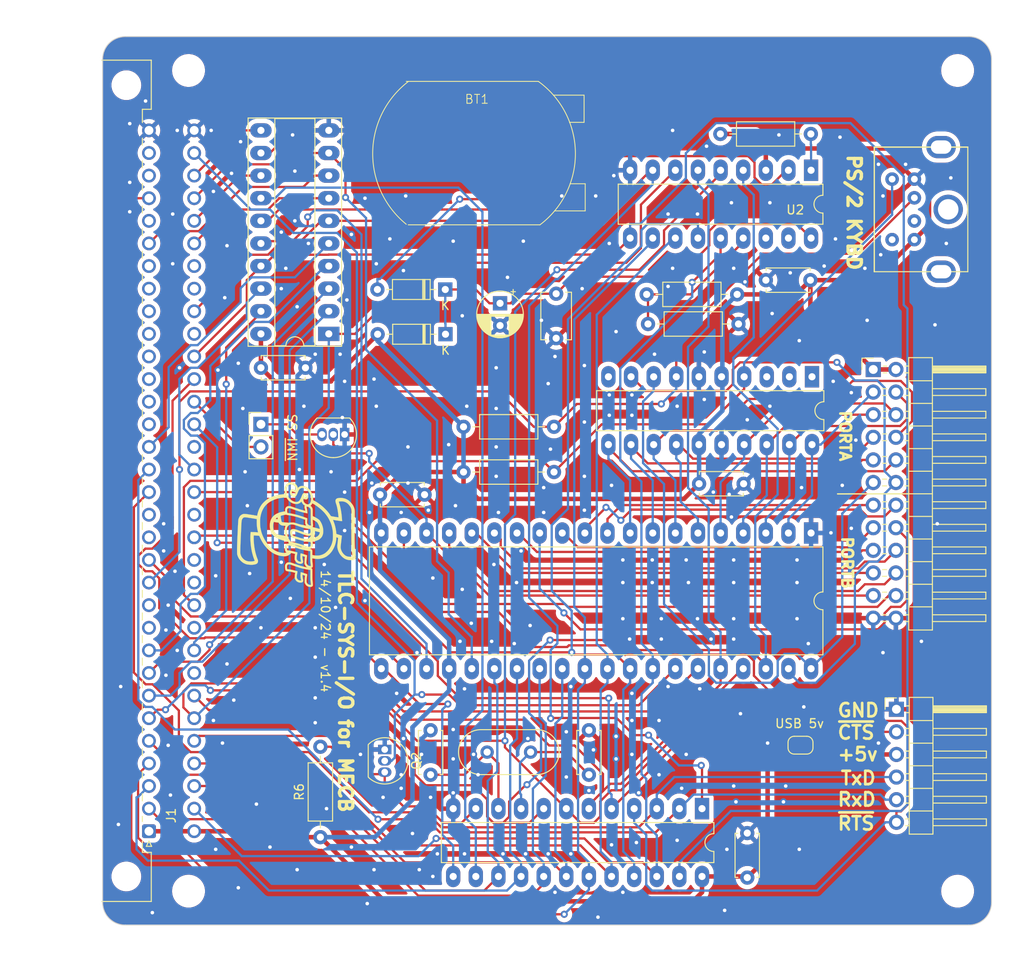
<source format=kicad_pcb>
(kicad_pcb (version 20221018) (generator pcbnew)
  (title_block (title "MECB SYS I/O Board") (date "14/10/24") (rev "1.4") (company "TLC Stuff"))
  (layers (0 "F.Cu" signal) (31 "B.Cu" signal) (34 "B.Paste" user) (35 "F.Paste" user) (36 "B.SilkS" user "B.Silkscreen") (37 "F.SilkS" user "F.Silkscreen") (38 "B.Mask" user) (39 "F.Mask" user) (44 "Edge.Cuts" user))
  (net 0 "")
  (net 1 "GND")
  (net 2 "+5V")
  (net 3 "Net-(U4-X1{slash}CLK)")
  (net 4 "Net-(U4-X2)")
  (net 5 "ECB_CLK")
  (net 6 "/ECB_D5")
  (net 7 "/ECB_D6")
  (net 8 "ECB_R{slash}~{W}")
  (net 9 "ECB_TxD")
  (net 10 "ECB_RxD")
  (net 11 "/ECB_D3")
  (net 12 "/ECB_D4")
  (net 13 "ECB_A2")
  (net 14 "/ECB_A4")
  (net 15 "/ECB_A5")
  (net 16 "/ECB_A6")
  (net 17 "/ECB_A14")
  (net 18 "/ECB_A13")
  (net 21 "/ECB_D0")
  (net 22 "/ECB_D7")
  (net 23 "/ECB_D2")
  (net 25 "ECB_A3")
  (net 28 "/ECB_A7")
  (net 30 "ECB_~{IORQ}")
  (net 32 "/ECB_D1")
  (net 35 "ECB_A0")
  (net 38 "ECB_A1")
  (net 42 "ECB_~{RTS}")
  (net 44 "ECB_~{NMI}")
  (net 45 "ECB_~{INT}")
  (net 46 "ECB_~{WR}")
  (net 47 "ECB_~{RD}")
  (net 49 "/ECB_A11")
  (net 52 "ECB_~{MREQ}")
  (net 54 "KYBD_CLK")
  (net 58 "ECB_~{RESET}")
  (net 59 "/ECB_A12")
  (net 60 "/ECB_A15")
  (net 63 "PIA_PA0")
  (net 64 "PIA_PA1")
  (net 65 "PIA_PA2")
  (net 66 "PIA_PA3")
  (net 67 "PIA_PA4")
  (net 68 "PIA_PA5")
  (net 69 "PIA_PA6")
  (net 70 "PIA_PA7")
  (net 71 "PIA_CA1")
  (net 72 "PIA_CA2")
  (net 73 "PIA_PB0")
  (net 74 "PIA_PB1")
  (net 75 "PIA_PB2")
  (net 76 "PIA_PB3")
  (net 77 "PIA_PB4")
  (net 78 "PIA_PB5")
  (net 79 "PIA_PB6")
  (net 80 "PIA_PB7")
  (net 81 "PIA_CB1")
  (net 82 "PIA_CB2")
  (net 83 "Net-(JP1-A)")
  (net 84 "ECB_~{CTS}")
  (net 85 "Net-(JP2-A)")
  (net 86 "CS_~{ACIA}")
  (net 87 "CS_~{PIA}")
  (net 88 "KYBD_DATA")
  (net 96 "Vcc_BAT")
  (net 97 "Net-(U2-STD.P)")
  (net 98 "PWR_LEVEL")
  (net 99 "CS_~{RTC}")
  (net 102 "RST")
  (net 103 "Net-(BT1-+)")
  (footprint "MountingHole:MountingHole_3.2mm_M3" (layer "F.Cu") (at 192.532 50.419)
    (fp_text reference "H1" hide)
    (fp_text value "MountingHole" hide)
  )
  (footprint "MountingHole:MountingHole_3.2mm_M3" (layer "F.Cu") (at 192.532 142.621)
    (fp_text reference "H2" hide)
    (fp_text value "MountingHole" hide)
  )
  (footprint "Package_DIP:DIP-20_W7.62mm_Socket_LongPads" (layer "F.Cu") (at 121.92 80.01 180)
    (fp_text reference "U1" hide)
    (fp_text value "ATF16V8")
  )
  (footprint "MountingHole:MountingHole_3.2mm_M3" (layer "F.Cu") (at 106.172 50.419)
    (fp_text reference "H3" hide)
    (fp_text value "MountingHole" hide)
  )
  (footprint "MountingHole:MountingHole_3.2mm_M3" (layer "F.Cu") (at 106.172 142.621)
    (fp_text reference "H4" hide)
    (fp_text value "MountingHole" hide)
  )
  (footprint "Connector_PinHeader_2.54mm:PinHeader_1x02_P2.54mm_Vertical" (layer "F.Cu") (at 114.3 90.17)
    (fp_text reference "JP1" hide)
    (fp_text value "~{NMI} SS")
  )
  (footprint "Capacitor_THT:CP_Radial_D5.0mm_P2.50mm" (layer "F.Cu") (at 141.15 76.575 -90)
    (fp_text reference "C8" hide)
    (fp_text value "1uF")
  )
  (footprint "Resistor_THT:R_Axial_DIN0207_L6.3mm_D2.5mm_P10.16mm_Horizontal" (layer "F.Cu") (at 167.925 78.9 180)
    (fp_text reference "R5" hide)
    (fp_text value "1K")
  )
  (footprint "Jumper:SolderJumper-2_P1.3mm_Open_RoundedPad1.0x1.5mm" (layer "F.Cu") (at 174.89 126.22 180)
    (fp_text reference "JP2" hide)
    (fp_text value "USB 5v")
  )
  (footprint "MyCustomFootprintLibrary:DIN41612_C_2x32_C64AC_Male_Horizontal_THT" (layer "F.Cu") (at 101.727 135.89 90)
    (fp_text reference "J1")
    (fp_text value "MECB_64AC" hide)
  )
  (footprint "Capacitor_THT:C_Disc_D5.1mm_W3.2mm_P5.00mm" (layer "F.Cu") (at 147.45 75.5 -90)
    (fp_text reference "C9" hide)
    (fp_text value "100nF")
  )
  (footprint "TLC_Stuff:SMD CR2032" (layer "F.Cu") (at 139.6005 59.6933)
    (fp_text reference "BT1")
    (fp_text value "Battery_Cell")
  )
  (footprint "Resistor_THT:R_Axial_DIN0207_L6.3mm_D2.5mm_P10.16mm_Horizontal" (layer "F.Cu") (at 120.975 136.555 90)
    (fp_text reference "R6")
    (fp_text value "1M")
  )
  (footprint "Diode_THT:D_DO-35_SOD27_P7.62mm_Horizontal" (layer "F.Cu") (at 135 75.025 180)
    (fp_text reference "D2" hide)
    (fp_text value "BAT42")
  )
  (footprint "Package_DIP:DIP-20_W7.62mm_LongPads" (layer "F.Cu") (at 176.18 84.83 -90)
    (fp_text reference "U6" hide)
    (fp_text value "ATtiny261A-P")
  )
  (footprint "Capacitor_THT:C_Disc_D4.7mm_W2.5mm_P5.00mm" (layer "F.Cu") (at 168.91 141.097 90)
    (fp_text reference "C7" hide)
    (fp_text value "100nF")
  )
  (footprint "Capacitor_THT:C_Disc_D4.7mm_W2.5mm_P5.00mm" (layer "F.Cu") (at 151.13 129.54 90)
    (fp_text reference "C1" hide)
    (fp_text value "22pF")
  )
  (footprint "Resistor_THT:R_Axial_DIN0207_L6.3mm_D2.5mm_P10.16mm_Horizontal" (layer "F.Cu") (at 147.21 90.45 180)
    (fp_text reference "R2" hide)
    (fp_text value "10K")
  )
  (footprint "Package_TO_SOT_THT:TO-92_Inline" (layer "F.Cu") (at 123.698 91.313 180)
    (fp_text reference "Q1" hide)
    (fp_text value "2N7000")
  )
  (footprint "Capacitor_THT:C_Disc_D4.7mm_W2.5mm_P5.00mm" (layer "F.Cu") (at 127.675 98.075)
    (fp_text reference "C5" hide)
    (fp_text value "100nF")
  )
  (footprint "Package_TO_SOT_THT:TO-92_Inline" (layer "F.Cu") (at 128.2 126.71 -90)
    (fp_text reference "Q2")
    (fp_text value "2N7000")
  )
  (footprint "Package_DIP:DIP-18_W7.62mm_LongPads" (layer "F.Cu") (at 176.075 61.63 -90)
    (fp_text reference "U2")
    (fp_text value "RTC72421")
  )
  (footprint "Crystal:Crystal_HC49-U_Vertical" (layer "F.Cu") (at 139.7 127)
    (fp_text reference "Y1" hide)
    (fp_text value "3.6864Mhz")
  )
  (footprint "TLC_Stuff:Logo11x13" (layer "F.Cu") (at 118.279486 102.568782 -90)
    (fp_text reference "L1" hide)
    (fp_text value "myLogo" hide)
  )
  (footprint "Capacitor_THT:C_Disc_D4.7mm_W2.5mm_P5.00mm" (layer "F.Cu") (at 114.3 83.82)
    (fp_text reference "C3" hide)
    (fp_text value "100nF")
  )
  (footprint "Resistor_THT:R_Axial_DIN0207_L6.3mm_D2.5mm_P10.16mm_Horizontal" (layer "F.Cu") (at 147.21 95.53 180)
    (fp_text reference "R1" hide)
    (fp_text value "10K")
  )
  (footprint "Resistor_THT:R_Axial_DIN0207_L6.3mm_D2.5mm_P10.16mm_Horizontal" (layer "F.Cu") (at 165.89 57.55)
    (fp_text reference "R3" hide)
    (fp_text value "3K3")
  )
  (footprint "Capacitor_THT:C_Disc_D4.7mm_W2.5mm_P5.00mm" (layer "F.Cu") (at 133.35 124.54 -90)
    (fp_text reference "C2" hide)
    (fp_text value "22pF")
  )
  (footprint "TLC_Stuff:PS2_mini_DIN" (layer "F.Cu") (at 196.175 66.025 -90)
    (fp_text reference "J2" hide)
    (fp_text value "PS/2_Connector" hide)
  )
  (footprint "Diode_THT:D_DO-35_SOD27_P7.62mm_Horizontal" (layer "F.Cu") (at 135.025 80.05 180)
    (fp_text reference "D1" hide)
    (fp_text value "BAT42")
  )
  (footprint "Connector_PinHeader_2.54mm:PinHeader_1x06_P2.54mm_Horizontal" (layer "F.Cu") (at 185.6613 122.1842)
    (fp_text reference "P1" hide)
    (fp_text value "FTDI_con" hide)
  )
  (footprint "Connector_PinHeader_2.54mm:PinHeader_2x12_P2.54mm_Horizontal" (layer "F.Cu") (at 183.06 84.01)
    (fp_text reference "J6" hide)
    (fp_text value "Conn_02x12_Odd_Even" hide)
  )
  (footprint "Capacitor_THT:C_Disc_D4.7mm_W2.5mm_P5.00mm" (layer "F.Cu") (at 163.5 96.85)
    (fp_text reference "C4" hide)
    (fp_text value "100nF")
  )
  (footprint "Resistor_THT:R_Axial_DIN0207_L6.3mm_D2.5mm_P10.16mm_Horizontal" (layer "F.Cu") (at 157.615 75.575)
    (fp_text reference "R4" hide)
    (fp_text value "1K")
  )
  (footprint "Package_DIP:DIP-24_W7.62mm_LongPads" (layer "F.Cu") (at 163.83 133.35 -90)
    (fp_text reference "U4" hide)
    (fp_text value "SCC2691")
  )
  (footprint "Package_DIP:DIP-40_W15.24mm_LongPads" (layer "F.Cu") (at 176.075 102.385 -90)
    (fp_text reference "U5" hide)
    (fp_text value "WD65C22")
  )
  (footprint "Capacitor_THT:C_Disc_D4.7mm_W2.5mm_P5.00mm" (layer "F.Cu") (at 176 73.975 180)
    (fp_text reference "C6" hide)
    (fp_text value "100nF")
  )
  (gr_line (start 187.04 97.98) (end 179.05 97.99) (stroke (width 0.15)) (layer "F.SilkS"))
  (gr_arc (start 196.342 143.891) (mid 195.598051 145.687051) (end 193.802 146.431) (stroke (width 0.1)) (layer "Edge.Cuts"))
  (gr_line (start 193.802 46.609) (end 99.06 46.609) (stroke (width 0.1)) (layer "Edge.Cuts"))
  (gr_arc (start 193.802 46.609) (mid 195.598051 47.352949) (end 196.342 49.149) (stroke (width 0.1)) (layer "Edge.Cuts"))
  (gr_line (start 196.342 143.891) (end 196.342 49.149) (stroke (width 0.1)) (layer "Edge.Cuts"))
  (gr_line (start 99.06 146.431) (end 193.802 146.431) (stroke (width 0.1)) (layer "Edge.Cuts"))
  (gr_arc (start 96.52 49.149) (mid 97.263949 47.352949) (end 99.06 46.609) (stroke (width 0.1)) (layer "Edge.Cuts"))
  (gr_line (start 96.52 49.149) (end 96.52 143.891) (stroke (width 0.1)) (layer "Edge.Cuts"))
  (gr_arc (start 99.06 146.431) (mid 97.263949 145.687051) (end 96.52 143.891) (stroke (width 0.1)) (layer "Edge.Cuts"))
  (gr_text "TxD" (at 179.25 130.8) (layer "F.SilkS") (effects (font (size 1.5 1.5) (thickness 0.3) bold) (justify left bottom)))
  (gr_text "~{CTS}" (at 178.9 125.68) (layer "F.SilkS") (effects (font (size 1.5 1.5) (thickness 0.3) bold) (justify left bottom)))
  (gr_text "PORTA" (at 179.2 88.48 -90) (layer "F.SilkS") (effects (font (size 1.2 1.2) (thickness 0.3) bold) (justify left bottom)))
  (gr_text "14/10/24 - v1.4" (at 120.95 106.47 270) (layer "F.SilkS") (effects (font (size 1 1)) (justify left bottom)))
  (gr_text "PS/2 KYBD" (at 180.025 59.7 -90) (layer "F.SilkS") (effects (font (size 1.5 1.5) (thickness 0.375) bold) (justify left bottom)))
  (gr_text "RxD" (at 178.9 133.2) (layer "F.SilkS") (effects (font (size 1.5 1.5) (thickness 0.3) bold) (justify left bottom)))
  (gr_text "GND" (at 178.9 123.18) (layer "F.SilkS") (effects (font (size 1.5 1.5) (thickness 0.3) bold) (justify left bottom)))
  (gr_text "PORTB" (at 179.43 102.64 270) (layer "F.SilkS") (effects (font (size 1.2 1.2) (thickness 0.3) bold) (justify left bottom)))
  (gr_text "~{RTS}" (at 178.9 135.89) (layer "F.SilkS") (effects (font (size 1.5 1.5) (thickness 0.3) bold) (justify left bottom)))
  (gr_text "TLC-SYS-I/O for MECB" (at 122.92 106.39 270) (layer "F.SilkS") (effects (font (size 1.5 1.5) (thickness 0.375) bold) (justify left bottom)))
  (gr_text "+5v" (at 178.9 128.12) (layer "F.SilkS") (effects (font (size 1.5 1.5) (thickness 0.3) bold) (justify left bottom)))
  (via (at 175.26 121.92) (size 0.8) (drill 0.4) (layers "F.Cu" "B.Cu") (net 1))
  (via (at 140.716 88.392) (size 0.8) (drill 0.4) (layers "F.Cu" "B.Cu") (net 1))
  (via (at 108.966 123.444) (size 0.8) (drill 0.4) (layers "F.Cu" "B.Cu") (net 1))
  (via (at 184.15 115.824) (size 0.8) (drill 0.4) (layers "F.Cu" "B.Cu") (net 1))
  (via (at 161.036 136.906) (size 0.8) (drill 0.4) (layers "F.Cu" "B.Cu") (net 1))
  (via (at 146.05 100.076) (size 0.8) (drill 0.4) (layers "F.Cu" "B.Cu") (net 1))
  (via (at 123.444 89.408) (size 0.8) (drill 0.4) (layers "F.Cu" "B.Cu") (net 1))
  (via (at 111.252 121.158) (size 0.8) (drill 0.4) (layers "F.Cu" "B.Cu") (net 1))
  (via (at 174.752 80.772) (size 0.8) (drill 0.4) (layers "F.Cu" "B.Cu") (net 1))
  (via (at 137.414 88.138) (size 0.8) (drill 0.4) (layers "F.Cu" "B.Cu") (net 1))
  (via (at 110.998 61.976) (size 0.8) (drill 0.4) (layers "F.Cu" "B.Cu") (net 1))
  (via (at 178.308 102.362) (size 0.8) (drill 0.4) (layers "F.Cu" "B.Cu") (net 1))
  (via (at 103.378 101.346) (size 0.8) (drill 0.4) (layers "F.Cu" "B.Cu") (net 1))
  (via (at 148.59 124.714) (size 0.8) (drill 0.4) (layers "F.Cu" "B.Cu") (net 1))
  (via (at 120.396 116.332) (size 0.8) (drill 0.4) (layers "F.Cu" "B.Cu") (net 1))
  (via (at 143.51 104.394) (size 0.8) (drill 0.4) (layers "F.Cu" "B.Cu") (net 1))
  (via (at 103.632 113.284) (size 0.8) (drill 0.4) (layers "F.Cu" "B.Cu") (net 1))
  (via (at 162.306 107.95) (size 0.8) (drill 0.4) (layers "F.Cu" "B.Cu") (net 1))
  (via (at 173.736 73.152) (size 0.8) (drill 0.4) (layers "F.Cu" "B.Cu") (net 1))
  (via (at 99.568 56.388) (size 0.8) (drill 0.4) (layers "F.Cu" "B.Cu") (net 1))
  (via (at 141.986 73.66) (size 0.8) (drill 0.4) (layers "F.Cu" "B.Cu") (net 1))
  (via (at 133.604 107.442) (size 0.8) (drill 0.4) (layers "F.Cu" "B.Cu") (net 1))
  (via (at 168.148 122.682) (size 0.8) (drill 0.4) (layers "F.Cu" "B.Cu") (net 1))
  (via (at 135.382 92.456) (size 0.8) (drill 0.4) (layers "F.Cu" "B.Cu") (net 1))
  (via (at 168.91 89.662) (size 0.8) (drill 0.4) (layers "F.Cu" "B.Cu") (net 1))
  (via (at 120.396 120.904) (size 0.8) (drill 0.4) (layers "F.Cu" "B.Cu") (net 1))
  (via (at 130.556 64.516) (size 0.8) (drill 0.4) (layers "F.Cu" "B.Cu") (net 1))
  (via (at 140.716 83.82) (size 0.8) (drill 0.4) (layers "F.Cu" "B.Cu") (net 1))
  (via (at 118.618 95.25) (size 0.8) (drill 0.4) (layers "F.Cu" "B.Cu") (net 1))
  (via (at 174.752 137.922) (size 0.8) (drill 0.4) (layers "F.Cu" "B.Cu") (net 1))
  (via (at 190.246 101.346) (size 0.8) (drill 0.4) (layers "F.Cu" "B.Cu") (net 1))
  (via (at 167.132 100.584) (size 0.8) (drill 0.4) (layers "F.Cu" "B.Cu") (net 1))
  (via (at 164.084 87.376) (size 0.8) (drill 0.4) (layers "F.Cu" "B.Cu") (net 1))
  (via (at 183.642 125.984) (size 0.8) (drill 0.4) (layers "F.Cu" "B.Cu") (net 1))
  (via (at 112.268 88.392) (size 0.8) (drill 0.4) (layers "F.Cu" "B.Cu") (net 1))
  (via (at 148.59 129.794) (size 0.8) (drill 0.4) (layers "F.Cu" "B.Cu") (net 1))
  (via (at 126.238 144.018) (size 0.8) (drill 0.4) (layers "F.Cu" "B.Cu") (net 1))
  (via (at 154.178 125.222) (size 0.8) (drill 0.4) (layers "F.Cu" "B.Cu") (net 1))
  (via (at 153.416 69.85) (size 0.8) (drill 0.4) (layers "F.Cu" "B.Cu") (net 1))
  (via (at 114.3 113.03) (size 0.8) (drill 0.4) (layers "F.Cu" "B.Cu") (net 1))
  (via (at 103.886 126.238) (size 0.8) (drill 0.4) (layers "F.Cu" "B.Cu") (net 1))
  (via (at 110.236 75.946) (size 0.8) (drill 0.4) (layers "F.Cu" "B.Cu") (net 1))
  (via (at 162.052 127.254) (size 0.8) (drill 0.4) (layers "F.Cu" "B.Cu") (net 1))
  (via (at 124.46 68.834) (size 0.8) (drill 0.4) (layers "F.Cu" "B.Cu") (net 1))
  (via (at 172.466 57.658) (size 0.8) (drill 0.4) (layers "F.Cu" "B.Cu") (net 1))
  (via (at 153.416 89.154) (size 0.8) (drill 0.4) (layers "F.Cu" "B.Cu") (net 1))
  (via (at 103.378 104.394) (size 0.8) (drill 0.4) (layers "F.Cu" "B.Cu") (net 1))
  (via (at 179.578 97.028) (size 0.8) (drill 0.4) (layers "F.Cu" "B.Cu") (net 1))
  (via (at 126.746 96.774) (size 0.8) (drill 0.4) (layers "F.Cu" "B.Cu") (net 1))
  (via (at 162.052 105.41) (size 0.8) (drill 0.4) (layers "F.Cu" "B.Cu") (net 1))
  (via (at 133.35 132.08) (size 0.8) (drill 0.4) (layers "F.Cu" "B.Cu") (net 1))
  (via (at 164.338 58.928) (size 0.8) (drill 0.4) (layers "F.Cu" "B.Cu") (net 1))
  (via (at 154.94 105.41) (size 0.8) (drill 0.4) (layers "F.Cu" "B.Cu") (net 1))
  (via (at 164.084 82.042) (size 0.8) (drill 0.4) (layers "F.Cu" "B.Cu") (net 1))
  (via (at 146.05 97.282) (size 0.8) (drill 0.4) (layers "F.Cu" "B.Cu") (net 1))
  (via (at 133.604 140.97) (size 0.8) (drill 0.4) (layers "F.Cu" "B.Cu") (net 1))
  (via (at 166.37 144.78) (size 0.8) (drill 0.4) (layers "F.Cu" "B.Cu") (net 1))
  (via (at 160.02 66.548) (size 0.8) (drill 0.4) (layers "F.Cu" "B.Cu") (net 1))
  (via (at 150.622 99.822) (size 0.8) (drill 0.4) (layers "F.Cu" "B.Cu") (net 1))
  (via (at 136.906 77.978) (size 0.8) (drill 0.4) (layers "F.Cu" "B.Cu") (net 1))
  (via (at 150.622 83.566) (size 0.8) (drill 0.4) (layers "F.Cu" "B.Cu") (net 1))
  (via (at 123.698 85.344) (size 0.8) (drill 0.4) (layers "F.Cu" "B.Cu") (net 1))
  (via (at 143.764 69.596) (size 0.8) (drill 0.4) (layers "F.Cu" "B.Cu") (net 1))
  (via (at 142.748 114.808) (size 0.8) (drill 0.4) (layers "F.Cu" "B.Cu") (net 1))
  (via (at 111.76 142.24) (size 0.8) (drill 0.4) (layers "F.Cu" "B.Cu") (net 1))
  (via (at 127 140.208) (size 0.8) (drill 0.4) (layers "F.Cu" "B.Cu") (net 1))
  (via (at 151.638 126.746) (size 0.8) (drill 0.4) (layers "F.Cu" "B.Cu") (net 1))
  (via (at 165.1 97.79) (size 0.8) (drill 0.4) (layers "F.Cu" "B.Cu") (net 1))
  (via (at 132.334 127.254) (size 0.8) (drill 0.4) (layers "F.Cu" "B.Cu") (net 1))
  (via (at 130.048 100.076) (size 0.8) (drill 0.4) (layers "F.Cu" "B.Cu") (net 1))
  (via (at 155.702 114.3) (size 0.8) (drill 0.4) (layers "F.Cu" "B.Cu") (net 1))
  (via (at 146.558 85.598) (size 0.8) (drill 0.4) (layers "F.Cu" "B.Cu") (net 1))
  (via (at 178.816 69.342) (size 0.8) (drill 0.4) (layers "F.Cu" "B.Cu") (net 1))
  (via (at 174.498 107.95) (size 0.8) (drill 0.4) (layers "F.Cu" "B.Cu") (net 1))
  (via (at 115.316 137.668) (size 0.8) (drill 0.4) (layers "F.Cu" "B.Cu") (net 1))
  (via (at 149.098 119.634) (size 0.8) (drill 0.4) (layers "F.Cu" "B.Cu") (net 1))
  (via (at 116.586 105.664) (size 0.8) (drill 0.4) (layers "F.Cu" "B.Cu") (net 1))
  (via (at 183.642 60.96) (size 0.8) (drill 0.4) (layers "F.Cu" "B.Cu") (net 1))
  (via (at 112.522 95.504) (size 0.8) (drill 0.4) (layers "F.Cu" "B.Cu") (net 1))
  (via (at 104.394 72.136) (size 0.8) (drill 0.4) (layers "F.Cu" "B.Cu") (net 1))
  (via (at 167.386 130.81) (size 0.8) (drill 0.4) (layers "F.Cu" "B.Cu") (net 1))
  (via (at 121.666 133.35) (size 0.8) (drill 0.4) (layers "F.Cu" "B.Cu") (net 1))
  (via (at 136.144 99.314) (size 0.8) (drill 0.4) (layers "F.Cu" "B.Cu") (net 1))
  (via (at 149.098 138.43) (size 0.8) (drill 0.4) (layers "F.Cu" "B.Cu") (net 1))
  (via (at 112.014 58.42) (size 0.8) (drill 0.4) (layers "F.Cu" "B.Cu") (net 1))
  (via (at 120.396 82.296) (size 0.8) (drill 0.4) (layers "F.Cu" "B.Cu") (net 1))
  (via (at 104.14 131.826) (size 0.8) (drill 0.4) (layers "F.Cu" "B.Cu") (net 1))
  (via (at 163.322 66.548) (size 0.8) (drill 0.4) (layers "F.Cu" "B.Cu") (net 1))
  (via (at 118.364 76.962) (size 0.8) (drill 0.4) (layers "F.Cu" "B.Cu") (net 1))
  (via (at 138.684 129.54) (size 0.8) (drill 0.4) (layers "F.Cu" "B.Cu") (net 1))
  (via (at 110.49 70.104) (size 0.8) (drill 0.4) (layers "F.Cu" "B.Cu") (net 1))
  (via (at 175.006 97.282) (size 0.8) (drill 0.4) (layers "F.Cu" "B.Cu") (net 1))
  (via (at 110.49 117.094) (size 0.8) (drill 0.4) (layers "F.Cu" "B.Cu") (net 1))
  (via (at 120.396 123.698) (size 0.8) (drill 0.4) (layers "F.Cu" "B.Cu") (net 1))
  (via (at 151.892 64.516) (size 0.8) (drill 0.4) (layers "F.Cu" "B.Cu") (net 1))
  (via (at 126.492 100.076) (size 0.8) (drill 0.4) (layers "F.Cu" "B.Cu") (net 1))
  (via (at 140.208 114.554) (size 0.8) (drill 0.4) (layers "F.Cu" "B.Cu") (net 1))
  (via (at 109.982 125.984) (size 0.8) (drill 0.4) (layers "F.Cu" "B.Cu") (net 1))
  (via (at 104.902 115.57) (size 0.8) (drill 0.4) (layers "F.Cu" "B.Cu") (net 1))
  (via (at 155.956 86.868) (size 0.8) (drill 0.4) (layers "F.Cu" "B.Cu") (net 1))
  (via (at 182.118 72.644) (size 0.8) (drill 0.4) (layers "F.Cu" "B.Cu") (net 1))
  (via (at 175.768 114.808) (size 0.8) (drill 0.4) (layers "F.Cu" "B.Cu") (net 1))
  (via (at 153.416 86.868) (size 0.8) (drill 0.4) (layers "F.Cu" "B.Cu") (net 1))
  (via (at 189.992 78.994) (size 0.8) (drill 0.4) (layers "F.Cu" "B.Cu") (net 1))
  (via (at 136.652 114.554) (size 0.8) (drill 0.4) (layers "F.Cu" "B.Cu") (net 1))
  (via (at 155.956 120.396) (size 0.8) (drill 0.4) (layers "F.Cu" "B.Cu") (net 1))
  (via (at 154.178 79.756) (size 0.8) (drill 0.4) (layers "F.Cu" "B.Cu") (net 1))
  (via (at 125.476 127.254) (size 0.8) (drill 0.4) (layers "F.Cu" "B.Cu") (net 1))
  (via (at 167.132 65.278) (size 0.8) (drill 0.4) (layers "F.Cu" "B.Cu") (net 1))
  (via (at 180.594 86.614) (size 0.8) (drill 0.4) (layers "F.Cu" "B.Cu") (net 1))
  (via (at 113.03 106.934) (size 0.8) (drill 0.4) (layers "F.Cu" "B.Cu") (net 1))
  (via (at 167.386 105.41) (size 0.8) (drill 0.4) (layers "F.Cu" "B.Cu") (net 1))
  (via (at 118.11 67.31) (size 0.8) (drill 0.4) (layers "F.Cu" "B.Cu") (net 1))
  (via (at 158.242 105.41) (size 0.8) (drill 0.4) (layers "F.Cu" "B.Cu") (net 1))
  (via (at 108.966 64.008) (size 0.8) (drill 0.4) (layers "F.Cu" "B.Cu") (net 1))
  (via (at 111.76 83.312) (size 0.8) (drill 0.4) (layers "F.Cu" "B.Cu") (net 1))
  (via (at 146.558 138.43) (size 0.8) (drill 0.4) (layers "F.Cu" "B.Cu") (net 1))
  (via (at 112.776 99.314) (size 0.8) (drill 0.4) (layers "F.Cu" "B.Cu") (net 1))
  (via (at 105.156 83.82) (size 0.8) (drill 0.4) (layers "F.Cu" "B.Cu") (net 1))
  (via (at 177.546 72.39) (size 0.8) (drill 0.4) (layers "F.Cu" "B.Cu") (net 1))
  (via (at 156.464 137.16) (size 0.8) (drill 0.4) (layers "F.Cu" "B.Cu") (net 1))
  (via (at 99.568 66.294) (size 0.8) (drill 0.4) (layers "F.Cu" "B.Cu") (net 1))
  (via (at 180.594 101.854) (size 0.8) (drill 0.4) (layers "F.Cu" "B.Cu") (net 1))
  (via (at 159.004 123.444) (size 0.8) (drill 0.4) (layers "F.Cu" "B.Cu") (net 1))
  (via (at 135.89 124.46) (size 0.8) (drill 0.4) (layers "F.Cu" "B.Cu") (net 1))
  (via (at 167.386 112.014) (size 0.8) (drill 0.4) (layers "F.Cu" "B.Cu") (net 1))
  (via (at 127.254 88.138) (size 0.8) (drill 0.4) (layers "F.Cu" "B.Cu") (net 1))
  (via (at 160.528 72.644) (size 0.8) (drill 0.4) (layers "F.Cu" "B.Cu") (net 1))
  (via (at 122.174 95.504) (size 0.8) (drill 0.4) (layers "F.Cu" "B.Cu") (net 1))
  (via (at 138.176 127.254) (size 0.8) (drill 0.4) (layers "F.Cu" "B.Cu") (net 1))
  (via (at 159.004 129.54) (size 0.8) (drill 0.4) (layers "F.Cu" "B.Cu") (net 1))
  (via (at 117.856 57.658) (size 0.8) (drill 0.4) (layers "F.Cu" "B.Cu") (net 1))
  (via (at 184.15 64.516) (size 0.8) (drill 0.4) (layers "F.Cu" "B.Cu") (net 1))
  (via (at 179.324 57.912) (size 0.8) (drill 0.4) (layers "F.Cu" "B.Cu") (net 1))
  (via (at 171.45 88.138) (size 0.8) (drill 0.4) (layers "F.Cu" "B.Cu") (net 1))
  (via (at 131.318 136.144) (size 0.8) (drill 0.4) (layers "F.Cu" "B.Cu") (net 1))
  (via (at 174.498 105.41) (size 0.8) (drill 0.4) (layers "F.Cu" "B.Cu") (net 1))
  (via (at 160.528 57.15) (size 0.8) (drill 0.4) (layers "F.Cu" "B.Cu") (net 1))
  (via (at 128.016 132.08) (size 0.8) (drill 0.4) (layers "F.Cu" "B.Cu") (net 1))
  (via (at 147.32 142.748) (size 0.8) (drill 0.4) (layers "F.Cu" "B.Cu") (net 1))
  (via (at 191.77 62.484) (size 0.8) (drill 0.4) (layers "F.Cu" "B.Cu") (net 1))
  (via (at 121.412 105.918) (size 0.8) (drill 0.4) (layers "F.Cu" "B.Cu") (net 1))
  (via (at 140.97 100.076) (size 0.8) (drill 0.4) (layers "F.Cu" "B.Cu") (net 1))
  (via (at 134.112 138.43) (size 0.8) (drill 0.4) (layers "F.Cu" "B.Cu") (net 1))
  (via (at 186.69 60.96) (size 0.8) (drill 0.4) (layers "F.Cu" "B.Cu") (net 1))
  (via (at 191.262 69.85) (size 0.8) (drill 0.4) (layers "F.Cu" "B.Cu") (net 1))
  (via (at 144.526 112.776) (size 0.8) (drill 0.4) (layers "F.Cu" "B.Cu") (net 1))
  (via (at 167.386 107.95) (size 0.8) (drill 0.4) (layers "F.Cu" "B.Cu") (net 1))
  (via (at 167.386 114.3) (size 0.8) (drill 0.4) (layers "F.Cu" "B.Cu") (net 1))
  (via (at 154.178 127.762) (size 0.8) (drill 0.4) (layers "F.Cu" "B.Cu") (net 1))
  (via (at 154.94 107.95) (size 0.8) (drill 0.4) (layers "F.Cu" "B.Cu") (net 1))
  (via (at 122.682 110.744) (size 0.8) (drill 0.4) (layers "F.Cu" "B.Cu") (net 1))
  (via (at 127.254 72.136) (size 0.8) (drill 0.4) (layers "F.Cu" "B.Cu") (net 1))
  (via (at 163.576 119.888) (size 0.8) (drill 0.4) (layers "F.Cu" "B.Cu") (net 1))
  (via (at 145.796 78.486) (size 0.8) (drill 0.4) (layers "F.Cu" "B.Cu") (net 1))
  (via (at 147.32 82.55) (size 0.8) (drill 0.4) (layers "F.Cu" "B.Cu") (net 1))
  (via (at 117.094 72.644) (size 0.8) (drill 0.4) (layers "F.Cu" "B.Cu") (net 1))
  (via (at 140.462 105.918) (size 0.8) (drill 0.4) (layers "F.Cu" "B.Cu") (net 1))
  (via (at 123.698 97.79) (size 0.8) (drill 0.4) (layers "F.Cu" "B.Cu") (net 1))
  (via (at 135.89 127.762) (size 0.8) (drill 0.4) (layers "F.Cu" "B.Cu") (net 1))
  (via (at 150.622 89.916) (size 0.8) (drill 0.4) (layers "F.Cu" "B.Cu") (net 1))
  (via (at 102.108 145.034) (size 0.8) (drill 0.4) (layers "F.Cu" "B.Cu") (net 1))
  (via (at 155.956 89.154) (size 0.8) (drill 0.4) (layers "F.Cu" "B.Cu") (net 1))
  (via (at 101.346 53.848) (size 0.8) (drill 0.4) (layers "F.Cu" "B.Cu") (net 1))
  (via (at 116.586 68.58) (size 0.8) (drill 0.4) (layers "F.Cu" "B.Cu") (net 1))
  (via (at 163.322 112.014) (size 0.8) (drill 0.4) (layers "F.Cu" "B.Cu") (net 1))
  (via (at 103.886 110.49) (size 0.8) (drill 0.4) (layers "F.Cu" "B.Cu") (net 1))
  (via (at 141.478 138.43) (size 0.8) (drill 0.4) (layers "F.Cu" "B.Cu") (net 1))
  (via (at 154.94 112.014) (size 0.8) (drill 0.4) (layers "F.Cu" "B.Cu") (net 1))
  (via (at 104.394 66.548) (size 0.8) (drill 0.4) (layers "F.Cu" "B.Cu") (net 1))
  (via (at 153.67 97.028) (size 0.8) (drill 0.4) (layers "F.Cu" "B.Cu") (net 1))
  (via (at 173.228 130.81) (size 0.8) (drill 0.4) (layers "F.Cu" "B.Cu") (net 1))
  (via (at 123.698 102.108) (size 0.8) (drill 0.4) (layers "F.Cu" "B.Cu") (net 1))
  (via (at 151.13 131.318) (size 0.8) (drill 0.4) (layers "F.Cu" "B.Cu") (net 1))
  (via (at 124.46 137.668) (size 0.8) (drill 0.4) (layers "F.Cu" "B.Cu") (net 1))
  (via (at 125.984 109.982) (size 0.8) (drill 0.4) (layers "F.Cu" "B.Cu") (net 1))
  (via (at 104.902 57.15) (size 0.8) (drill 0.4) (layers "F.Cu" "B.Cu") (net 1))
  (via (at 98.552 119.634) (size 0.8) (drill 0.4) (layers "F.Cu" "B.Cu") (net 1))
  (via (at 136.906 108.712) (size 0.8) (drill 0.4) (layers "F.Cu" "B.Cu") (net 1))
  (via (at 167.64 132.588) (size 0.8) (drill 0.4) (layers "F.Cu" "B.Cu") (net 1))
  (via (at 188.468 114.554) (size 0.8) (drill 0.4) (layers "F.Cu" "B.Cu") (net 1))
  (via (at 98.298 135.128) (size 0.8) (drill 0.4) (layers "F.Cu" "B.Cu") (net 1))
  (via (at 153.67 137.414) (size 0.8) (drill 0.4) (layers "F.Cu" "B.Cu") (net 1))
  (via (at 160.02 74.676) (size 0.8) (drill 0.4) (layers "F.Cu" "B.Cu") (net 1))
  (via (at 119.126 88.138) (size 0.8) (drill 0.4) (layers "F.Cu" "B.Cu") (net 1))
  (via (at 161.036 88.138) (size 0.8) (drill 0.4) (layers "F.Cu" "B.Cu") (net 1))
  (via (at 156.718 131.572) (size 0.8) (drill 0.4) (layers "F.Cu" "B.Cu") (net 1))
  (via (at 155.956 127.254) (size 0.8) (drill 0.4) (layers "F.Cu" "B.Cu") (net 1))
  (via (at 109.22 137.922) (size 0.8) (drill 0.4) (layers "F.Cu" "B.Cu") (net 1))
  (via (at 131.826 115.824) (size 0.8) (drill 0.4) (layers "F.Cu" "B.Cu") (net 1))
  (via (at 158.496 82.296) (size 0.8) (drill 0.4) (layers "F.Cu" "B.Cu") (net 1))
  (via (at 125.984 64.77) (size 0.8) (drill 0.4) (layers "F.Cu" "B.Cu") (net 1))
  (via (at 118.11 61.722) (size 0.8) (drill 0.4) (layers "F.Cu" "B.Cu") (net 1))
  (via (at 167.386 72.644) (size 0.8) (drill 0.4) (layers "F.Cu" "B.Cu") (net 1))
  (via (at 117.602 109.728) (size 0.8) (drill 0.4) (layers "F.Cu" "B.Cu") (net 1))
  (via (at 155.956 123.444) (size 0.8) (drill 0.4) (layers "F.Cu" "B.Cu") (net 1))
  (via (at 130.81 96.774) (size 0.8) (drill 0.4) (layers "F.Cu" "B.Cu") (net 1))
  (via (at 137.16 119.888) (size 0.8) (drill 0.4) (layers "F.Cu" "B.Cu") (net 1))
  (via (at 148.082 64.516) (size 0.8) (drill 0.4) (layers "F.Cu" "B.Cu") (net 1))
  (via (at 130.302 72.898) (size 0.8) (drill 0.4) (layers "F.Cu" "B.Cu") (net 1))
  (via (at 166.878 98.044) (size 0.8) (drill 0.4) (layers "F.Cu" "B.Cu") (net 1))
  (via (at 133.096 99.822) (size 0.8) (drill 0.4) (layers "F.Cu" "B.Cu") (net 1))
  (via (at 109.22 107.188) (size 0.8) (drill 0.4) (layers "F.Cu" "B.Cu") (net 1))
  (via (at 135.89 69.596) (size 0.8) (drill 0.4) (layers "F.Cu" "B.Cu") (net 1))
  (via (at 103.632 118.364) (size 0.8) (drill 0.4) (layers "F.Cu" "B.Cu") (net 1))
  (via (at 161.544 131.064) (size 0.8) (drill 0.4) (layers "F.Cu" "B.Cu") (net 1))
  (via (at 168.656 74.168) (size 0.8) (drill 0.4) (layers "F.Cu" "B.Cu") (net 1))
  (via (at 140.716 92.71) (size 0.8) (drill 0.4) (layers "F.Cu" "B.Cu") (net 1))
  (via (at 178.562 85.344) (size 0.8) (drill 0.4) (layers "F.Cu" "B.Cu") (net 1))
  (via (at 109.474 84.074) (size 0.8) (drill 0.4) (layers "F.Cu" "B.Cu") (net 1))
  (via (at 99.568 62.992) (size 0.8) (drill 0.4) (layers "F.Cu" "B.Cu") (net 1))
  (via (at 183.896 71.12) (size 0.8) (drill 0.4) (layers "F.Cu" "B.Cu") (net 1))
  (via (at 137.16 138.43) (size 0.8) (drill 0.4) (layers "F.Cu" "B.Cu") (net 1))
  (via (at 123.952 76.2) (size 0.8) (drill 0.4) (layers "F.Cu" "B.Cu") (net 1))
  (via (at 123.19 82.296) (size 0.8) (drill 0.4) (layers "F.Cu" "B.Cu") (net 1))
  (via (at 108.712 57.15) (size 0.8) (drill 0.4) (layers "F.Cu" "B.Cu") (net 1))
  (via (at 154.94 142.748) (size 0.8) (drill 0.4) (layers "F.Cu" "B.Cu") (net 1))
  (via (at 144.272 125.476) (size 0.8) (drill 0.4) (layers "F.Cu" "B.Cu") (net 1))
  (via (at 174.498 112.014) (size 0.8) (drill 0.4) (layers "F.Cu" "B.Cu") (net 1))
  (via (at 104.648 106.68) (size 0.8) (drill 0.4) (layers "F.Cu" "B.Cu") (net 1))
  (via (at 116.586 74.93) (size 0.8) (drill 0.4) (layers "F.Cu" "B.Cu") (net 1))
  (via (at 129.54 120.396) (size 0.8) (drill 0.4) (layers "F.Cu" "B.Cu") (net 1))
  (via (at 172.974 132.588) (size 0.8) (drill 0.4) (layers "F.Cu" "B.Cu") (net 1))
  (via (at 158.242 107.95) (size 0.8) (drill 0.4) (layers "F.Cu" "B.Cu") (net 1))
  (via (at 130.048 129.54) (size 0.8) (drill 0.4) (layers "F.Cu" "B.Cu") (net 1))
  (via (at 164.846 114.3) (size 0.8) (drill 0.4) (layers "F.Cu" "B.Cu") (net 1))
  (via (at 159.258 114.3) (size 0.8) (drill 0.4) (layers "F.Cu" "B.Cu") (net 1))
  (via (at 135.89 131.572) (size 0.8) (drill 0.4) (layers "F.Cu" "B.Cu") (net 1))
  (via (at 130.048 131.064) (size 0.8) (drill 0.4) (layers "F.Cu" "B.Cu") (net 1))
  (via (at 182.372 78.486) (size 0.8) (drill 0.4) (layers "F.Cu" "B.Cu") (net 1))
  (via (at 113.792 132.842) (size 0.8) (drill 0.4) (layers "F.Cu" "B.Cu") (net 1))
  (via (at 120.396 113.03) (size 0.8) (drill 0.4) (layers "F.Cu" "B.Cu") (net 1))
  (via (at 181.102 91.948) (size 0.8) (drill 0.4) (layers "F.Cu" "B.Cu") (net 1))
  (via (at 140.716 96.012) (size 0.8) (drill 0.4) (layers "F.Cu" "B.Cu") (net 1))
  (via (at 152.146 145.542) (size 0.8) (drill 0.4) (layers "F.Cu" "B.Cu") (net 1))
  (via (at 130.302 125.476) (size 0.8) (drill 0.4) (layers "F.Cu" "B.Cu") (net 1))
  (via (at 150.368 74.93) (size 0.8) (drill 0.4) (layers "F.Cu" "B.Cu") (net 1))
  (via (at 137.922 112.522) (size 0.8) (drill 0.4) (layers "F.Cu" "B.Cu") (net 1))
  (via (at 150.622 96.012) (size 0.8) (drill 0.4) (layers "F.Cu" "B.Cu") (net 1))
  (via (at 118.364 140.208) (size 0.8) (drill 0.4) (layers "F.Cu" "B.Cu") (net 1))
  (via (at 166.624 137.922) (size 0.8) (drill 0.4) (layers "F.Cu" "B.Cu") (net 1))
  (via (at 132.08 140.208) (size 0.8) (drill 0.4) (layers "F.Cu" "B.Cu") (net 1))
  (via (at 128.778 69.342) (size 0.8) (drill 0.4) (layers "F.Cu" "B.Cu") (net 1))
  (via (at 144.018 138.43) (size 0.8) (drill 0.4) (layers "F.Cu" "B.Cu") (net 1))
  (via (at 130.81 92.71) (size 0.8) (drill 0.4) (layers "F.Cu" "B.Cu") (net 1))
  (via (at 153.924 62.23) (size 0.8) (drill 0.4) (layers "F.Cu" "B.Cu") (net 1))
  (via (at 143.002 107.95) (size 0.8) (drill 0.4) (layers "F.Cu" "B.Cu") (net 1))
  (via (at 127 85.09) (size 0.8) (drill 0.4) (layers "F.Cu" "B.Cu") (net 1))
  (via (at 146.812 92.964) (size 0.8) (drill 0.4) (layers "F.Cu" "B.Cu") (net 1))
  (via (at 171.704 77.724) (size 0.8) (drill 0.4) (layers "F.Cu" "B.Cu") (net 1))
  (via (at 159.258 112.014) (size 0.8) (drill 0.4) (layers "F.Cu" "B.Cu") (net 1))
  (via (at 160.02 119.634) (size 0.8) (drill 0.4) (layers "F.Cu" "B.Cu") (net 1))
  (via (at 119.634 69.85) (size 0.8) (drill 0.4) (layers "F.Cu" "B.Cu") (net 1))
  (via (at 171.196 125.984) (size 0.8) (drill 0.4) (layers "F.Cu" "B.Cu") (net 1))
  (via (at 171.45 65.278) (size 0.8) (drill 0.4) (layers "F.Cu" "B.Cu") (net 1))
  (segment (start 114.3 80.01) (end 114.3 83.82) (width 0.508) (layer "F.Cu") (net 2))
  (segment (start 170.995 59.182) (end 170.995 61.63) (width 0.508) (layer "F.Cu") (net 2))
  (segment (start 169.818 57.55) (end 170.995 58.727) (width 0.508) (layer "F.Cu") (net 2))
  (segment (start 137.05 96.918) (end 138.684 98.552) (width 0.508) (layer "F.Cu") (net 2))
  (segment (start 122.174 85.281) (end 127.405 80.05) (width 0.508) (layer "F.Cu") (net 2))
  (segment (start 163.83 140.97) (end 168.783 140.97) (width 0.508) (layer "F.Cu") (net 2))
  (segment (start 128.184 143.764) (end 162.814 143.764) (width 0.508) (layer "F.Cu") (net 2))
  (segment (start 162.814 143.764) (end 163.83 142.748) (width 0.508) (layer "F.Cu") (net 2))
  (segment (start 176 73.975) (end 176 76.95) (width 0.508) (layer "F.Cu") (net 2))
  (segment (start 163.5 92.47) (end 163.48 92.45) (width 0.508) (layer "F.Cu") (net 2))
  (segment (start 137.05 95.53) (end 130.22 95.53) (width 0.508) (layer "F.Cu") (net 2))
  (segment (start 130.22 95.53) (end 127.675 98.075) (width 0.508) (layer "F.Cu") (net 2))
  (segment (start 183.125 73.975) (end 187.675 69.425) (width 0.508) (layer "F.Cu") (net 2))
  (segment (start 161.798 98.552) (end 163.5 96.85) (width 0.508) (layer "F.Cu") (net 2))
  (segment (start 106.807 135.89) (end 117.856 135.89) (width 0.508) (layer "F.Cu") (net 2))
  (segment (start 168.783 140.97) (end 168.91 141.097) (width 0.508) (layer "F.Cu") (net 2))
  (segment (start 173.246 126.22) (end 174.24 126.22) (width 0.508) (layer "F.Cu") (net 2))
  (segment (start 189.317 67.783) (end 187.675 69.425) (width 0.508) (layer "F.Cu") (net 2))
  (segment (start 171.196 128.016) (end 172.974 126.238) (width 0.508) (layer "F.Cu") (net 2))
  (segment (start 138.684 98.552) (end 161.798 98.552) (width 0.508) (layer "F.Cu") (net 2))
  (segment (start 167.775 75.575) (end 174.4 75.575) (width 0.508) (layer "F.Cu") (net 2))
  (segment (start 165.89 57.55) (end 169.818 57.55) (width 0.508) (layer "F.Cu") (net 2))
  (segment (start 163.83 142.748) (end 163.83 140.97) (width 0.508) (layer "F.Cu") (net 2))
  (segment (start 115.824 85.344) (end 122.174 85.344) (width 0.508) (layer "F.Cu") (net 2))
  (segment (start 168.91 141.097) (end 171.196 138.811) (width 0.508) (layer "F.Cu") (net 2))
  (segment (start 172.974 126.238) (end 173.228 126.238) (width 0.508) (layer "F.Cu") (net 2))
  (segment (start 186.944 59.182) (end 189.317 61.555) (width 0.508) (layer "F.Cu") (net 2))
  (segment (start 176 73.975) (end 183.125 73.975) (width 0.508) (layer "F.Cu") (net 2))
  (segment (start 183.06 84.01) (end 185.6 84.01) (width 0.508) (layer "F.Cu") (net 2))
  (segment (start 117.856 135.89) (end 118.521 136.555) (width 0.508) (layer "F.Cu") (net 2))
  (segment (start 101.727 135.89) (end 106.807 135.89) (width 0.508) (layer "F.Cu") (net 2))
  (segment (start 174.4 75.575) (end 176 73.975) (width 0.508) (layer "F.Cu") (net 2))
  (segment (start 173.228 126.238) (end 173.246 126.22) (width 0.508) (layer "F.Cu") (net 2))
  (segment (start 120.975 136.555) (end 128.184 143.764) (width 0.508) (layer "F.Cu") (net 2))
  (segment (start 118.521 136.555) (end 120.975 136.555) (width 0.508) (layer "F.Cu") (net 2))
  (segment (start 122.174 85.344) (end 122.174 85.281) (width 0.508) (layer "F.Cu") (net 2))
  (segment (start 176 76.95) (end 183.06 84.01) (width 0.508) (layer "F.Cu") (net 2))
  (segment (start 135.435 117.625) (end 135.145 117.625) (width 0.508) (layer "F.Cu") (net 2))
  (segment (start 189.317 61.555) (end 189.317 67.783) (width 0.508) (layer "F.Cu") (net 2))
  (segment (start 127.675 102.245) (end 127.815 102.385) (width 0.508) (layer "F.Cu") (net 2))
  (segment (start 114.3 83.82) (end 115.824 85.344) (width 0.508) (layer "F.Cu") (net 2))
  (segment (start 171.196 138.811) (end 171.196 128.016) (width 0.508) (layer "F.Cu") (net 2))
  (segment (start 137.05 95.53) (end 137.05 96.918) (width 0.508) (layer "F.Cu") (net 2))
  (segment (start 170.995 59.182) (end 186.944 59.182) (width 0.508) (layer "F.Cu") (net 2))
  (segment (start 170.995 58.727) (end 170.995 59.182) (width 0.508) (layer "F.Cu") (net 2))
  (segment (start 137.05 95.53) (end 137.05 90.45) (width 0.508) (layer "B.Cu") (net 2))
  (segment (start 135.435 120.089) (end 135.435 117.625) (width 0.508) (layer "B.Cu") (net 2))
  (segment (start 163.48 91.282) (end 163.48 92.45) (width 0.508) (layer "B.Cu") (net 2))
  (segment (start 127.815 102.385) (end 127.675 102.385) (width 0.508) (layer "B.Cu") (net 2))
  (segment (start 127.675 102.385) (end 127.675 98.075) (width 0.508) (layer "B.Cu") (net 2))
  (segment (start 166.02 84.3325) (end 166.02 84.83) (width 0.508) (layer "B.Cu") (net 2))
  (segment (start 166.116 77.234) (end 166.116 84.2365) (width 0.508) (layer "B.Cu") (net 2))
  (segment (start 166.116 88.646) (end 163.48 91.282) (width 0.508) (layer "B.Cu") (net 2))
  (segment (start 135.435 114.353) (end 127.675 106.593) (width 0.508) (layer "B.Cu") (net 2))
  (segment (start 127.097 136.555) (end 131.318 132.334) (width 0.508) (layer "B.Cu") (net 2))
  (segment (start 131.318 132.334) (end 131.318 124.206) (width 0.508) (layer "B.Cu") (net 2))
  (segment (start 166.116 84.2365) (end 166.116 88.646) (width 0.508) (layer "B.Cu") (net 2))
  (segment (start 166.116 84.2365) (end 166.02 84.3325) (width 0.508) (layer "B.Cu") (net 2))
  (segment (start 163.5 92.47) (end 163.48 92.45) (width 0.508) (layer "B.Cu") (net 2))
  (segment (start 127.405 80.805) (end 127.405 80.05) (width 0.508) (layer "B.Cu") (net 2))
  (segment (start 135.435 117.625) (end 135.435 114.353) (width 0.508) (layer "B.Cu") (net 2))
  (segment (start 137.05 90.45) (end 127.405 80.805) (width 0.508) (layer "B.Cu") (net 2))
  (segment (start 131.318 124.206) (end 135.435 120.089) (width 0.508) (layer "B.Cu") (net 2))
  (segment (start 127.675 106.593) (end 127.675 102.385) (width 0.508) (layer "B.Cu") (net 2))
  (segment (start 167.775 75.575) (end 166.116 77.234) (width 0.508) (layer "B.Cu") (net 2))
  (segment (start 163.5 96.85) (end 163.5 92.47) (width 0.508) (layer "B.Cu") (net 2))
  (segment (start 120.975 136.555) (end 127.097 136.555) (width 0.508) (layer "B.Cu") (net 2))
  (segment (start 144.58 127) (end 148.59 127) (width 0.254) (layer "F.Cu") (net 3))
  (segment (start 148.59 127) (end 151.13 129.54) (width 0.254) (layer "F.Cu") (net 3))
  (segment (start 143.51 131.7671) (end 143.3923 131.6494) (width 0.254) (layer "B.Cu") (net 3))
  (segment (start 143.3923 131.6494) (end 143.3923 128.1877) (width 0.254) (layer "B.Cu") (net 3))
  (segment (start 143.3923 128.1877) (end 144.58 127) (width 0.254) (layer "B.Cu") (net 3))
  (segment (start 143.51 133.35) (end 143.51 131.7671) (width 0.254) (layer "B.Cu") (net 3))
  (segment (start 133.35 129.54) (end 137.16 129.54) (width 0.254) (layer "F.Cu") (net 4))
  (segment (start 137.16 129.54) (end 139.7 127) (width 0.254) (layer "F.Cu") (net 4))
  (segment (start 140.97 133.35) (end 140.97 128.27) (width 0.254) (layer "F.Cu") (net 4))
  (segment (start 140.97 128.27) (end 139.7 127) (width 0.254) (layer "F.Cu") (net 4))
  (segment (start 118.364 59.69) (end 117.094 60.96) (width 0.254) (layer "F.Cu") (net 5))
  (segment (start 110.617 60.96) (end 117.094 60.96) (width 0.254) (layer "F.Cu") (net 5))
  (segment (start 106.807 64.77) (end 110.617 60.96) (width 0.254) (layer "F.Cu") (net 5))
  (segment (start 123.7977 61.5677) (end 123.7977 64.6855) (width 0.254) (layer "F.Cu") (net 5))
  (segment (start 121.92 59.69) (end 118.364 59.69) (width 0.254) (layer "F.Cu") (net 5))
  (segment (start 121.92 59.69) (end 123.7977 61.5677) (width 0.254) (layer "F.Cu") (net 5))
  (via (at 123.7977 64.6855) (size 0.8) (drill 0.4) (layers "F.Cu" "B.Cu") (net 5))
  (segment (start 137.975 114.046) (end 137.975 117.625) (width 0.254) (layer "B.Cu") (net 5))
  (segment (start 126.1055 66.9933) (end 126.1055 81.7923) (width 0.254) (layer "B.Cu") (net 5))
  (segment (start 137.922 114.046) (end 137.975 114.046) (width 0.254) (layer "B.Cu") (net 5))
  (segment (start 134.0779 89.7647) (end 134.0779 105.5499) (width 0.254) (layer "B.Cu") (net 5))
  (segment (start 126.1055 81.7923) (end 134.0779 89.7647) (width 0.254) (layer "B.Cu") (net 5))
  (segment (start 123.7977 64.6855) (end 126.1055 66.9933) (width 0.254) (layer "B.Cu") (net 5))
  (segment (start 134.0779 105.5499) (end 135.382 106.854) (width 0.254) (layer "B.Cu") (net 5))
  (segment (start 135.382 111.506) (end 137.922 114.046) (width 0.254) (layer "B.Cu") (net 5))
  (segment (start 135.382 106.854) (end 135.382 111.506) (width 0.254) (layer "B.Cu") (net 5))
  (segment (start 144.7119 143.129) (end 131.9587 143.129) (width 0.254) (layer "F.Cu") (net 6))
  (segment (start 131.9587 143.129) (end 123.368 134.5383) (width 0.254) (layer "F.Cu") (net 6))
  (segment (start 146.05 140.97) (end 146.05 141.7909) (width 0.254) (layer "F.Cu") (net 6))
  (segment (start 146.05 141.7909) (end 144.7119 143.129) (width 0.254) (layer "F.Cu") (net 6))
  (segment (start 123.368 134.5383) (end 102.9153 134.5383) (width 0.254) (layer "F.Cu") (net 6))
  (segment (start 102.9153 134.5383) (end 101.727 133.35) (width 0.254) (layer "F.Cu") (net 6))
  (segment (start 145.595 123.0775) (end 146.2844 123.7669) (width 0.254) (layer "B.Cu") (net 6))
  (segment (start 146.2844 129.6584) (end 144.8404 131.1024) (width 0.254) (layer "B.Cu") (net 6))
  (segment (start 144.8404 138.1775) (end 146.05 139.3871) (width 0.254) (layer "B.Cu") (net 6))
  (segment (start 146.05 140.97) (end 146.05 139.3871) (width 0.254) (layer "B.Cu") (net 6))
  (segment (start 144.8404 131.1024) (end 144.8404 138.1775) (width 0.254) (layer "B.Cu") (net 6))
  (segment (start 146.2844 123.7669) (end 146.2844 129.6584) (width 0.254) (layer "B.Cu") (net 6))
  (segment (start 145.595 118.9768) (end 145.595 123.0775) (width 0.254) (layer "B.Cu") (net 6))
  (segment (start 145.595 117.625) (end 145.595 118.9768) (width 0.254) (layer "B.Cu") (net 6))
  (segment (start 101.727 130.81) (end 100.457 132.08) (width 0.254) (layer "B.Cu") (net 7))
  (segment (start 100.33 137.922) (end 101.6 139.192) (width 0.254) (layer "B.Cu") (net 7))
  (segment (start 101.6 139.192) (end 111.8348 139.192) (width 0.254) (layer "B.Cu") (net 7))
  (segment (start 142.291 138.1681) (end 142.291 126.2462) (width 0.254) (layer "B.Cu") (net 7))
  (segment (start 143.055 125.4822) (end 143.055 119.2079) (width 0.254) (layer "B.Cu") (net 7))
  (segment (start 143.055 117.625) (end 143.055 119.2079) (width 0.254) (layer "B.Cu") (net 7))
  (segment (start 100.33 132.08) (end 100.33 137.922) (width 0.254) (layer "B.Cu") (net 7))
  (segment (start 143.51 140.97) (end 143.51 139.3871) (width 0.254) (layer "B.Cu") (net 7))
  (segment (start 141.9271 142.5529) (end 143.51 140.97) (width 0.254) (layer "B.Cu") (net 7))
  (segment (start 142.291 126.2462) (end 143.055 125.4822) (width 0.254) (layer "B.Cu") (net 7))
  (segment (start 115.1957 142.5529) (end 141.9271 142.5529) (width 0.254) (layer "B.Cu") (net 7))
  (segment (start 100.457 132.08) (end 100.33 132.08) (width 0.254) (layer "B.Cu") (net 7))
  (segment (start 111.8348 139.192) (end 115.1957 142.5529) (width 0.254) (layer "B.Cu") (net 7))
  (segment (start 143.51 139.3871) (end 142.291 138.1681) (width 0.254) (layer "B.Cu") (net 7))
  (segment (start 143.51 140.97) (end 143.51 140.716) (width 0.254) (layer "B.Cu") (net 7))
  (segment (start 104.6948 110.0345) (end 104.6948 108.3778) (width 0.254) (layer "F.Cu") (net 8))
  (segment (start 130.355 117.625) (end 124.49 111.76) (width 0.254) (layer "F.Cu") (net 8))
  (segment (start 106.4203 111.76) (end 104.6948 110.0345) (width 0.254) (layer "F.Cu") (net 8))
  (segment (start 104.6948 108.3778) (end 101.727 105.41) (width 0.254) (layer "F.Cu") (net 8))
  (segment (start 124.49 111.76) (end 106.4203 111.76) (width 0.254) (layer "F.Cu") (net 8))
  (segment (start 119.68 127) (end 106.414 127) (width 0.254) (layer "F.Cu") (net 9))
  (segment (start 158.75 133.35) (end 158.75 133.4149) (width 0.254) (layer "F.Cu") (net 9))
  (segment (start 134.5468 135.4469) (end 132.8606 133.7607) (width 0.254) (layer "F.Cu") (net 9))
  (segment (start 101.351 119.38) (end 100.0353 118.0643) (width 0.254) (layer "F.Cu") (net 9))
  (segment (start 158.75 133.4149) (end 156.718 135.4469) (width 0.254) (layer "F.Cu") (net 9))
  (segment (start 100.0353 118.0643) (end 100.0353 99.4817) (width 0.254) (layer "F.Cu") (net 9))
  (segment (start 105.0866 125.6726) (end 105.0866 122.3352) (width 0.254) (layer "F.Cu") (net 9))
  (segment (start 126.4407 133.7607) (end 119.68 127) (width 0.254) (layer "F.Cu") (net 9))
  (segment (start 106.414 127) (end 105.0866 125.6726) (width 0.254) (layer "F.Cu") (net 9))
  (segment (start 132.8606 133.7607) (end 126.4407 133.7607) (width 0.254) (layer "F.Cu") (net 9))
  (segment (start 105.0866 122.3352) (end 102.1314 119.38) (width 0.254) (layer "F.Cu") (net 9))
  (segment (start 100.0353 99.4817) (end 101.727 97.79) (width 0.254) (layer "F.Cu") (net 9))
  (segment (start 102.1314 119.38) (end 101.351 119.38) (width 0.254) (layer "F.Cu") (net 9))
  (segment (start 156.718 135.4469) (end 134.5468 135.4469) (width 0.254) (layer "F.Cu") (net 9))
  (segment (start 158.75 133.35) (end 158.75 131.7671) (width 0.254) (layer "B.Cu") (net 9))
  (segment (start 160.7129 129.8042) (end 185.6613 129.8042) (width 0.254) (layer "B.Cu") (net 9))
  (segment (start 158.75 131.7671) (end 160.7129 129.8042) (width 0.254) (layer "B.Cu") (net 9))
  (segment (start 134.3913 136.0125) (end 132.9224 134.5436) (width 0.254) (layer "F.Cu") (net 10))
  (segment (start 158.6275 136.0125) (end 134.3913 136.0125) (width 0.254) (layer "F.Cu") (net 10))
  (segment (start 132.9224 134.5436) (end 127.4483 134.5436) (width 0.254) (layer "F.Cu") (net 10))
  (segment (start 161.29 133.35) (end 158.6275 136.0125) (width 0.254) (layer "F.Cu") (net 10))
  (via (at 127.4483 134.5436) (size 0.8) (drill 0.4) (layers "F.Cu" "B.Cu") (net 10))
  (segment (start 184.4284 132.3442) (end 185.6613 132.3442) (width 0.254) (layer "B.Cu") (net 10))
  (segment (start 162.8729 131.7671) (end 183.8513 131.7671) (width 0.254) (layer "B.Cu") (net 10))
  (segment (start 102.0946 121.92) (end 101.3326 121.92) (width 0.254) (layer "B.Cu") (net 10))
  (segment (start 104.6346 124.46) (end 102.0946 121.92) (width 0.254) (layer "B.Cu") (net 10))
  (segment (start 117.3647 124.46) (end 104.6346 124.46) (width 0.254) (layer "B.Cu") (net 10))
  (segment (start 100.5289 121.1163) (end 100.5289 96.4481) (width 0.254) (layer "B.Cu") (net 10))
  (segment (start 183.8513 131.7671) (end 184.4284 132.3442) (width 0.254) (layer "B.Cu") (net 10))
  (segment (start 100.5289 96.4481) (end 101.727 95.25) (width 0.254) (layer "B.Cu") (net 10))
  (segment (start 101.3326 121.92) (end 100.5289 121.1163) (width 0.254) (layer "B.Cu") (net 10))
  (segment (start 161.29 133.35) (end 162.8729 131.7671) (width 0.254) (layer "B.Cu") (net 10))
  (segment (start 127.4483 134.5436) (end 117.3647 124.46) (width 0.254) (layer "B.Cu") (net 10))
  (segment (start 101.6277 137.7433) (end 100.5039 136.6195) (width 0.254) (layer "F.Cu") (net 11))
  (segment (start 100.5039 129.4931) (end 101.727 128.27) (width 0.254) (layer "F.Cu") (net 11))
  (segment (start 105.3684 137.7433) (end 101.6277 137.7433) (width 0.254) (layer "F.Cu") (net 11))
  (segment (start 112.8446 145.2195) (end 105.3684 137.7433) (width 0.254) (layer "F.Cu") (net 11))
  (segment (start 148.3545 145.2195) (end 112.8446 145.2195) (width 0.254) (layer "F.Cu") (net 11))
  (segment (start 100.5039 136.6195) (end 100.5039 129.4931) (width 0.254) (layer "F.Cu") (net 11))
  (via (at 148.3545 145.2195) (size 0.8) (drill 0.4) (layers "F.Cu" "B.Cu") (net 11))
  (segment (start 149.911 138.1681) (end 151.13 139.3871) (width 0.254) (layer "B.Cu") (net 11))
  (segment (start 151.13 140.5555) (end 151.13 139.3871) (width 0.254) (layer "B.Cu") (net 11))
  (segment (start 149.4845 110.689) (end 150.675 111.8795) (width 0.254) (layer "B.Cu") (net 11))
  (segment (start 149.4845 78.38712) (end 149.4845 110.689) (width 0.254) (layer "B.Cu") (net 11))
  (segment (start 151.13 142.444) (end 148.3545 145.2195) (width 0.254) (layer "B.Cu") (net 11))
  (segment (start 150.675 117.625) (end 150.675 119.2079) (width 0.254) (layer "B.Cu") (net 11))
  (segment (start 150.675 111.8795) (end 150.675 117.625) (width 0.254) (layer "B.Cu") (net 11))
  (segment (start 151.13 140.97) (end 151.13 142.444) (width 0.254) (layer "B.Cu") (net 11))
  (segment (start 151.13 140.5555) (end 151.13 140.97) (width 0.254) (layer "B.Cu") (net 11))
  (segment (start 150.675 119.2079) (end 149.911 119.9719) (width 0.254) (layer "B.Cu") (net 11))
  (segment (start 149.911 119.9719) (end 149.911 138.1681) (width 0.254) (layer "B.Cu") (net 11))
  (segment (start 158.295 69.25) (end 158.295 69.57662) (width 0.254) (layer "B.Cu") (net 11))
  (segment (start 158.295 69.57662) (end 149.4845 78.38712) (width 0.254) (layer "B.Cu") (net 11))
  (segment (start 120.6165 129.54) (end 105.537 129.54) (width 0.254) (layer "F.Cu") (net 12))
  (segment (start 147.009 139.389) (end 130.4655 139.389) (width 0.254) (layer "F.Cu") (net 12))
  (segment (start 130.4655 139.389) (end 120.6165 129.54) (width 0.254) (layer "F.Cu") (net 12))
  (segment (start 148.59 140.97) (end 147.009 139.389) (width 0.254) (layer "F.Cu") (net 12))
  (segment (start 105.537 129.54) (end 101.727 125.73) (width 0.254) (layer "F.Cu") (net 12))
  (segment (start 148.59 140.97) (end 148.59 139.3871) (width 0.254) (layer "B.Cu") (net 12))
  (segment (start 147.371 138.1681) (end 147.371 123.7866) (width 0.254) (layer "B.Cu") (net 12))
  (segment (start 147.371 123.7866) (end 148.135 123.0226) (width 0.254) (layer "B.Cu") (net 12))
  (segment (start 148.135 123.0226) (end 148.135 119.2079) (width 0.254) (layer "B.Cu") (net 12))
  (segment (start 148.59 139.3871) (end 147.371 138.1681) (width 0.254) (layer "B.Cu") (net 12))
  (segment (start 148.135 117.625) (end 148.135 119.2079) (width 0.254) (layer "B.Cu") (net 12))
  (segment (start 101.727 123.19) (end 102.6835 122.2335) (width 0.254) (layer "F.Cu") (net 13))
  (segment (start 126.8984 120.0625) (end 108.6277 120.0625) (width 0.254) (layer "F.Cu") (net 13))
  (segment (start 143.7661 123.3569) (end 130.1928 123.3569) (width 0.254) (layer "F.Cu") (net 13))
  (segment (start 165.915 119.37058) (end 165.915 117.625) (width 0.254) (layer "F.Cu") (net 13))
  (segment (start 156.48579 128.79979) (end 165.915 119.37058) (width 0.254) (layer "F.Cu") (net 13))
  (segment (start 130.1928 123.3569) (end 126.8984 120.0625) (width 0.254) (layer "F.Cu") (net 13))
  (segment (start 153.524 130.556) (end 154.72958 130.556) (width 0.254) (layer "F.Cu") (net 13))
  (segment (start 146.6622 126.253) (end 143.7661 123.3569) (width 0.254) (layer "F.Cu") (net 13))
  (segment (start 165.915 117.625) (end 165.915 118.1763) (width 0.254) (layer "F.Cu") (net 13))
  (segment (start 102.6835 122.2335) (end 103.5863 122.2335) (width 0.254) (layer "F.Cu") (net 13))
  (segment (start 146.6622 126.253) (end 148.59 126.253) (width 0.254) (layer "F.Cu") (net 13))
  (segment (start 151.13 132.95) (end 152.708 131.372) (width 0.254) (layer "F.Cu") (net 13))
  (segment (start 148.59 126.253) (end 149.513187 126.253) (width 0.254) (layer "F.Cu") (net 13))
  (segment (start 154.72958 130.556) (end 156.48579 128.79979) (width 0.254) (layer "F.Cu") (net 13))
  (segment (start 149.513187 126.253) (end 152.708 129.447813) (width 0.254) (layer "F.Cu") (net 13))
  (segment (start 152.708 131.372) (end 153.089 130.991) (width 0.254) (layer "F.Cu") (net 13))
  (segment (start 152.708 129.447813) (end 152.708 131.372) (width 0.254) (layer "F.Cu") (net 13))
  (segment (start 151.13 133.35) (end 151.13 132.95) (width 0.254) (layer "F.Cu") (net 13))
  (segment (start 153.089 130.991) (end 153.524 130.556) (width 0.254) (layer "F.Cu") (net 13))
  (via (at 103.5863 122.2335) (size 0.8) (drill 0.4) (layers "F.Cu" "B.Cu") (net 13))
  (via (at 108.6277 120.0625) (size 0.8) (drill 0.4) (layers "F.Cu" "B.Cu") (net 13))
  (segment (start 106.3273 119.4921) (end 103.5863 122.2331) (width 0.254) (layer "B.Cu") (net 13))
  (segment (start 103.5863 122.2331) (end 103.5863 122.2335) (width 0.254) (layer "B.Cu") (net 13))
  (segment (start 164.5579 64.3958) (end 163.375 63.2129) (width 0.254) (layer "B.Cu") (net 13))
  (segment (start 165.915 117.625) (end 165.915 113.5021) (width 0.254) (layer "B.Cu") (net 13))
  (segment (start 162.2595 97.3102) (end 162.2595 81.478) (width 0.254) (layer "B.Cu") (net 13))
  (segment (start 108.0573 119.4921) (end 106.3273 119.4921) (width 0.254) (layer "B.Cu") (net 13))
  (segment (start 164.5815 112.1686) (end 164.5815 99.6322) (width 0.254) (layer "B.Cu") (net 13))
  (segment (start 164.5579 79.1796) (end 164.5579 64.3958) (width 0.254) (layer "B.Cu") (net 13))
  (segment (start 163.375 61.63) (end 163.375 63.2129) (width 0.254) (layer "B.Cu") (net 13))
  (segment (start 162.2595 81.478) (end 164.5579 79.1796) (width 0.254) (layer "B.Cu") (net 13))
  (segment (start 164.5815 99.6322) (end 162.2595 97.3102) (width 0.254) (layer "B.Cu") (net 13))
  (segment (start 165.915 113.5021) (end 164.5815 112.1686) (width 0.254) (layer "B.Cu") (net 13))
  (segment (start 108.6277 120.0625) (end 108.0573 119.4921) (width 0.254) (layer "B.Cu") (net 13))
  (segment (start 105.156 119.634) (end 105.156 118.126169) (width 0.254) (layer "B.Cu") (net 14))
  (segment (start 104.14 120.65) (end 105.156 119.634) (width 0.254) (layer "B.Cu") (net 14))
  (segment (start 117.5267 81.8633) (end 117.5267 107.0409) (width 0.254) (layer "B.Cu") (net 14))
  (segment (start 101.727 120.65) (end 104.14 120.65) (width 0.254) (layer "B.Cu") (net 14))
  (segment (start 106.442169 116.84) (end 107.7276 116.84) (width 0.254) (layer "B.Cu") (net 14))
  (segment (start 121.92 77.47) (end 117.5267 81.8633) (width 0.254) (layer "B.Cu") (net 14))
  (segment (start 117.5267 107.0409) (end 107.7276 116.84) (width 0.254) (layer "B.Cu") (net 14))
  (segment (start 105.156 118.126169) (end 106.442169 116.84) (width 0.254) (layer "B.Cu") (net 14))
  (segment (start 102.997 116.84) (end 107.2071 116.84) (width 0.254) (layer "F.Cu") (net 15))
  (segment (start 107.2071 116.84) (end 108.5338 115.5133) (width 0.254) (layer "F.Cu") (net 15))
  (segment (start 101.727 118.11) (end 102.997 116.84) (width 0.254) (layer "F.Cu") (net 15))
  (segment (start 108.5338 115.5133) (end 108.5338 114.9266) (width 0.254) (layer "F.Cu") (net 15))
  (via (at 108.5338 114.9266) (size 0.8) (drill 0.4) (layers "F.Cu" "B.Cu") (net 15))
  (segment (start 121.92 74.93) (end 115.6271 81.2229) (width 0.254) (layer "B.Cu") (net 15))
  (segment (start 115.6271 81.2229) (end 115.6271 107.8333) (width 0.254) (layer "B.Cu") (net 15))
  (segment (start 115.6271 107.8333) (end 108.5338 114.9266) (width 0.254) (layer "B.Cu") (net 15))
  (segment (start 105.277 110.3522) (end 106.4092 109.22) (width 0.254) (layer "B.Cu") (net 16))
  (segment (start 108.6118 87.4824) (end 108.6118 83.6191) (width 0.254) (layer "B.Cu") (net 16))
  (segment (start 106.4092 109.22) (end 107.1863 109.22) (width 0.254) (layer "B.Cu") (net 16))
  (segment (start 107.1942 88.9) (end 108.6118 87.4824) (width 0.254) (layer "B.Cu") (net 16))
  (segment (start 108.6118 83.6191) (end 113.5642 78.6667) (width 0.254) (layer "B.Cu") (net 16))
  (segment (start 113.5642 78.6667) (end 115.2335 78.6667) (width 0.254) (layer "B.Cu") (net 16))
  (segment (start 121.5102 72.39) (end 121.92 72.39) (width 0.254) (layer "B.Cu") (net 16))
  (segment (start 108.0113 108.395) (end 108.0113 92.2711) (width 0.254) (layer "B.Cu") (net 16))
  (segment (start 106.4304 91.44) (end 105.6491 90.6587) (width 0.254) (layer "B.Cu") (net 16))
  (segment (start 107.1863 109.22) (end 108.0113 108.395) (width 0.254) (layer "B.Cu") (net 16))
  (segment (start 115.2335 78.6667) (end 121.5102 72.39) (width 0.254) (layer "B.Cu") (net 16))
  (segment (start 103.124 115.57) (end 105.277 113.417) (width 0.254) (layer "B.Cu") (net 16))
  (segment (start 105.6491 89.6759) (end 106.425 88.9) (width 0.254) (layer "B.Cu") (net 16))
  (segment (start 107.1802 91.44) (end 106.4304 91.44) (width 0.254) (layer "B.Cu") (net 16))
  (segment (start 108.0113 92.2711) (end 107.1802 91.44) (width 0.254) (layer "B.Cu") (net 16))
  (segment (start 105.277 113.417) (end 105.277 110.3522) (width 0.254) (layer "B.Cu") (net 16))
  (segment (start 101.727 115.57) (end 103.124 115.57) (width 0.254) (layer "B.Cu") (net 16))
  (segment (start 106.425 88.9) (end 107.1942 88.9) (width 0.254) (layer "B.Cu") (net 16))
  (segment (start 105.6491 90.6587) (end 105.6491 89.6759) (width 0.254) (layer "B.Cu") (net 16))
  (segment (start 118.11 73.66) (end 113.2365 73.66) (width 0.254) (layer "B.Cu") (net 17))
  (segment (start 112.0147 76.4528) (end 107.1875 81.28) (width 0.254) (layer "B.Cu") (net 17))
  (segment (start 112.0147 74.8818) (end 112.0147 76.4528) (width 0.254) (layer "B.Cu") (net 17))
  (segment (start 106.4117 81.28) (end 103.9369 83.7548) (width 0.254) (layer "B.Cu") (net 17))
  (segment (start 113.2365 73.66) (end 112.0147 74.8818) (width 0.254) (layer "B.Cu") (net 17))
  (segment (start 103.9369 83.7548) (end 103.9369 90.5001) (width 0.254) (layer "B.Cu") (net 17))
  (segment (start 107.1875 81.28) (end 106.4117 81.28) (width 0.254) (layer "B.Cu") (net 17))
  (segment (start 103.9369 90.5001) (end 101.727 92.71) (width 0.254) (layer "B.Cu") (net 17))
  (segment (start 121.92 69.85) (end 118.11 73.66) (width 0.254) (layer "B.Cu") (net 17))
  (segment (start 98.806 55.118) (end 98.044 55.88) (width 0.254) (layer "F.Cu") (net 18))
  (segment (start 115.824 55.118) (end 98.806 55.118) (width 0.254) (layer "F.Cu") (net 18))
  (segment (start 99.568 64.77) (end 101.727 64.77) (width 0.254) (layer "F.Cu") (net 18))
  (segment (start 116.586 55.88) (end 115.824 55.118) (width 0.254) (layer "F.Cu") (net 18))
  (segment (start 114.3 59.69) (end 115.316 59.69) (width 0.254) (layer "F.Cu") (net 18))
  (segment (start 115.316 59.69) (end 116.586 58.42) (width 0.254) (layer "F.Cu") (net 18))
  (segment (start 98.044 63.246) (end 99.568 64.77) (width 0.254) (layer "F.Cu") (net 18))
  (segment (start 98.044 55.88) (end 98.044 63.246) (width 0.254) (layer "F.Cu") (net 18))
  (segment (start 116.586 58.42) (end 116.586 55.88) (width 0.254) (layer "F.Cu") (net 18))
  (segment (start 158.75 140.97) (end 157.169 139.389) (width 0.254) (layer "F.Cu") (net 21))
  (segment (start 165.915 71.0311) (end 162.7282 74.2179) (width 0.254) (layer "F.Cu") (net 21))
  (segment (start 153.3111 139.389) (end 150.622 136.6999) (width 0.254) (layer "F.Cu") (net 21))
  (segment (start 165.915 69.25) (end 165.915 71.0311) (width 0.254) (layer "F.Cu") (net 21))
  (segment (start 150.622 136.6999) (end 133.9715 136.6999) (width 0.254) (layer "F.Cu") (net 21))
  (segment (start 157.169 139.389) (end 153.3111 139.389) (width 0.254) (layer "F.Cu") (net 21))
  (via (at 162.7282 74.2179) (size 0.8) (drill 0.4) (layers "F.Cu" "B.Cu") (net 21))
  (via (at 133.9715 136.6999) (size 0.8) (drill 0.4) (layers "F.Cu" "B.Cu") (net 21))
  (segment (start 157.0251 96.6067) (end 154.6521 94.2337) (width 0.254) (layer "B.Cu") (net 21))
  (segment (start 157.5671 135.1587) (end 157.5671 129.9999) (width 0.254) (layer "B.Cu") (net 21))
  (segment (start 133.9715 136.6999) (end 131.9874 138.684) (width 0.254) (layer "B.Cu") (net 21))
  (segment (start 131.9874 138.684) (end 112.141 138.684) (width 0.254) (layer "B.Cu") (net 21))
  (segment (start 158.295 117.625) (end 158.295 116.0421) (width 0.254) (layer "B.Cu") (net 21))
  (segment (start 162.7281 74.2179) (end 162.7282 74.2179) (width 0.254) (layer "B.Cu") (net 21))
  (segment (start 158.295 118.4164) (end 158.295 117.625) (width 0.254) (layer "B.Cu") (net 21))
  (segment (start 157.5671 129.9999) (end 157.0382 129.471) (width 0.254) (layer "B.Cu") (net 21))
  (segment (start 157.0382 120.4647) (end 158.295 119.2079) (width 0.254) (layer "B.Cu") (net 21))
  (segment (start 154.6521 94.2337) (end 154.6521 83.9082) (width 0.254) (layer "B.Cu") (net 21))
  (segment (start 157.0382 129.471) (end 157.0382 120.4647) (width 0.254) (layer "B.Cu") (net 21))
  (segment (start 157.0251 114.7722) (end 157.0251 96.6067) (width 0.254) (layer "B.Cu") (net 21))
  (segment (start 158.75 140.97) (end 158.75 136.3416) (width 0.254) (layer "B.Cu") (net 21))
  (segment (start 158.295 116.0421) (end 157.0251 114.7722) (width 0.254) (layer "B.Cu") (net 21))
  (segment (start 112.141 138.684) (end 106.807 133.35) (width 0.254) (layer "B.Cu") (net 21))
  (segment (start 158.295 118.4164) (end 158.295 119.2079) (width 0.254) (layer "B.Cu") (net 21))
  (segment (start 158.75 136.3416) (end 157.5671 135.1587) (width 0.254) (layer "B.Cu") (net 21))
  (segment (start 154.6521 83.9082) (end 162.7281 75.8322) (width 0.254) (layer "B.Cu") (net 21))
  (segment (start 162.7281 75.8322) (end 162.7281 74.2179) (width 0.254) (layer "B.Cu") (net 21))
  (segment (start 132.7585 142.551) (end 121.0175 130.81) (width 0.254) (layer "F.Cu") (net 22))
  (segment (start 121.0175 130.81) (end 106.807 130.81) (width 0.254) (layer "F.Cu") (net 22))
  (segment (start 139.389 142.551) (end 132.7585 142.551) (width 0.254) (layer "F.Cu") (net 22))
  (segment (start 140.97 140.97) (end 139.389 142.551) (width 0.254) (layer "F.Cu") (net 22))
  (segment (start 140.97 140.97) (end 140.97 139.3871) (width 0.254) (layer "B.Cu") (net 22))
  (segment (start 140.515 117.625) (end 140.515 119.2079) (width 0.254) (layer "B.Cu") (net 22))
  (segment (start 139.7715 130.2386) (end 139.7715 138.1886) (width 0.254) (layer "B.Cu") (net 22))
  (segment (start 139.7715 138.1886) (end 140.97 139.3871) (width 0.254) (layer "B.Cu") (net 22))
  (segment (start 140.8418 129.1683) (end 139.7715 130.2386) (width 0.254) (layer "B.Cu") (net 22))
  (segment (start 140.515 119.2079) (end 140.8418 119.5347) (width 0.254) (layer "B.Cu") (net 22))
  (segment (start 140.8418 119.5347) (end 140.8418 129.1683) (width 0.254) (layer "B.Cu") (net 22))
  (segment (start 120.0676 128.27) (end 106.807 128.27) (width 0.254) (layer "F.Cu") (net 23))
  (segment (start 150.1828 137.4828) (end 129.2804 137.4828) (width 0.254) (layer "F.Cu") (net 23))
  (segment (start 153.67 140.97) (end 150.1828 137.4828) (width 0.254) (layer "F.Cu") (net 23))
  (segment (start 129.2804 137.4828) (end 120.0676 128.27) (width 0.254) (layer "F.Cu") (net 23))
  (segment (start 153.215 118.0394) (end 153.215 119.2079) (width 0.254) (layer "B.Cu") (net 23))
  (segment (start 152.451 119.9719) (end 152.451 138.1681) (width 0.254) (layer "B.Cu") (net 23))
  (segment (start 152.0092 114.8363) (end 153.215 116.0421) (width 0.254) (layer "B.Cu") (net 23))
  (segment (start 160.62 69.25) (end 152.0092 77.8608) (width 0.254) (layer "B.Cu") (net 23))
  (segment (start 153.67 140.97) (end 153.67 139.3871) (width 0.254) (layer "B.Cu") (net 23))
  (segment (start 153.215 119.2079) (end 152.451 119.9719) (width 0.254) (layer "B.Cu") (net 23))
  (segment (start 152.0092 77.8608) (end 152.0092 114.8363) (width 0.254) (layer "B.Cu") (net 23))
  (segment (start 153.215 116.0421) (end 153.215 117.625) (width 0.254) (layer "B.Cu") (net 23))
  (segment (start 152.451 138.1681) (end 153.67 139.3871) (width 0.254) (layer "B.Cu") (net 23))
  (segment (start 153.215 118.0394) (end 153.215 117.625) (width 0.254) (layer "B.Cu") (net 23))
  (segment (start 160.835 69.25) (end 160.62 69.25) (width 0.254) (layer "B.Cu") (net 23))
  (segment (start 106.807 123.19) (end 105.595 121.978) (width 0.254) (layer "F.Cu") (net 25))
  (segment (start 156.9601 70.3846) (end 155.3242 72.0205) (width 0.254) (layer "F.Cu") (net 25))
  (segment (start 163.375 117.625) (end 163.2994 117.625) (width 0.254) (layer "F.Cu") (net 25))
  (segment (start 156.972 65.493) (end 156.972 67.2981) (width 0.254) (layer "F.Cu") (net 25))
  (segment (start 106.4952 119.2796) (end 127.1656 119.2796) (width 0.254) (layer "F.Cu") (net 25))
  (segment (start 163.2994 117.625) (end 158.496 122.4284) (width 0.254) (layer "F.Cu") (net 25))
  (segment (start 105.595 120.1798) (end 106.4952 119.2796) (width 0.254) (layer "F.Cu") (net 25))
  (segment (start 124.865 80.01) (end 121.92 80.01) (width 0.254) (layer "F.Cu") (net 25))
  (segment (start 130.3144 122.4284) (end 158.496 122.4284) (width 0.254) (layer "F.Cu") (net 25))
  (segment (start 156.972 67.2981) (end 156.9601 67.31) (width 0.254) (layer "F.Cu") (net 25))
  (segment (start 156.9601 67.31) (end 156.9601 70.3846) (width 0.254) (layer "F.Cu") (net 25))
  (segment (start 155.3242 72.0205) (end 132.8545 72.0205) (width 0.254) (layer "F.Cu") (net 25))
  (segment (start 132.8545 72.0205) (end 124.865 80.01) (width 0.254) (layer "F.Cu") (net 25))
  (segment (start 160.835 61.63) (end 156.972 65.493) (width 0.254) (layer "F.Cu") (net 25))
  (segment (start 127.1656 119.2796) (end 130.3144 122.4284) (width 0.254) (layer "F.Cu") (net 25))
  (segment (start 105.595 121.978) (end 105.595 120.1798) (width 0.254) (layer "F.Cu") (net 25))
  (segment (start 106.807 123.19) (end 119.7402 110.2568) (width 0.254) (layer "B.Cu") (net 25))
  (segment (start 121.92 88.3209) (end 119.7402 90.5007) (width 0.254) (layer "B.Cu") (net 25))
  (segment (start 119.7402 110.2568) (end 119.7402 90.5007) (width 0.254) (layer "B.Cu") (net 25))
  (segment (start 121.92 80.01) (end 121.92 88.3209) (width 0.254) (layer "B.Cu") (net 25))
  (segment (start 110.4024 81.534) (end 110.4024 85.6632) (width 0.254) (layer "F.Cu") (net 28))
  (segment (start 114.3 77.6364) (end 110.4024 81.534) (width 0.254) (layer "F.Cu") (net 28))
  (segment (start 114.3 77.47) (end 114.3 77.6364) (width 0.254) (layer "F.Cu") (net 28))
  (via (at 110.4024 85.6632) (size 0.8) (drill 0.4) (layers "F.Cu" "B.Cu") (net 28))
  (segment (start 110.4024 111.0722) (end 110.4024 85.6632) (width 0.254) (layer "B.Cu") (net 28))
  (segment (start 106.807 115.57) (end 106.807 114.6676) (width 0.254) (layer "B.Cu") (net 28))
  (segment (start 106.807 114.6676) (end 110.4024 111.0722) (width 0.254) (layer "B.Cu") (net 28))
  (segment (start 103.1091 68.4679) (end 107.3225 68.4679) (width 0.254) (layer "F.Cu") (net 30))
  (segment (start 119.067 63.5001) (end 120.3371 62.23) (width 0.254) (layer "F.Cu") (net 30))
  (segment (start 112.2903 63.5001) (end 119.067 63.5001) (width 0.254) (layer "F.Cu") (net 30))
  (segment (start 107.3225 68.4679) (end 112.2903 63.5001) (width 0.254) (layer "F.Cu") (net 30))
  (segment (start 101.727 69.85) (end 103.1091 68.4679) (width 0.254) (layer "F.Cu") (net 30))
  (segment (start 121.92 62.23) (end 120.3371 62.23) (width 0.254) (layer "F.Cu") (net 30))
  (segment (start 154.178 116.0421) (end 149.4503 116.0421) (width 0.254) (layer "F.Cu") (net 32))
  (segment (start 149.4503 116.0421) (end 149.198 115.7898) (width 0.254) (layer "F.Cu") (net 32))
  (segment (start 107.0016 102.6754) (end 106.807 102.87) (width 0.254) (layer "F.Cu") (net 32))
  (segment (start 122.504 102.6754) (end 107.0016 102.6754) (width 0.254) (layer "F.Cu") (net 32))
  (segment (start 135.6184 115.7898) (end 122.504 102.6754) (width 0.254) (layer "F.Cu") (net 32))
  (segment (start 149.198 115.7898) (end 135.6184 115.7898) (width 0.254) (layer "F.Cu") (net 32))
  (segment (start 155.755 117.625) (end 155.755 117.6191) (width 0.254) (layer "F.Cu") (net 32))
  (segment (start 155.755 117.6191) (end 154.178 116.0421) (width 0.254) (layer "F.Cu") (net 32))
  (via (at 149.198 115.7898) (size 0.8) (drill 0.4) (layers "F.Cu" "B.Cu") (net 32))
  (segment (start 148.7794 99.6677) (end 148.7794 78.3738) (width 0.254) (layer "B.Cu") (net 32))
  (segment (start 156.21 139.3871) (end 154.9909 138.168) (width 0.254) (layer "B.Cu") (net 32))
  (segment (start 154.9909 119.972) (end 155.755 119.2079) (width 0.254) (layer "B.Cu") (net 32))
  (segment (start 156.21 140.97) (end 156.21 139.3871) (width 0.254) (layer "B.Cu") (net 32))
  (segment (start 154.9909 138.168) (end 154.9909 119.972) (width 0.254) (layer "B.Cu") (net 32))
  (segment (start 146.9521 101.495) (end 148.7794 99.6677) (width 0.254) (layer "B.Cu") (net 32))
  (segment (start 149.198 111.1236) (end 146.9521 108.8777) (width 0.254) (layer "B.Cu") (net 32))
  (segment (start 149.198 115.7898) (end 149.198 111.1236) (width 0.254) (layer "B.Cu") (net 32))
  (segment (start 146.9521 108.8777) (end 146.9521 101.495) (width 0.254) (layer "B.Cu") (net 32))
  (segment (start 163.375 69.25) (end 163.375 67.6671) (width 0.254) (layer "B.Cu") (net 32))
  (segment (start 148.7794 78.3738) (end 157.025 70.1282) (width 0.254) (layer "B.Cu") (net 32))
  (segment (start 157.025 70.1282) (end 157.025 68.3567) (width 0.254) (layer "B.Cu") (net 32))
  (segment (start 157.025 68.3567) (end 157.7146 67.6671) (width 0.254) (layer "B.Cu") (net 32))
  (segment (start 157.7146 67.6671) (end 163.375 67.6671) (width 0.254) (layer "B.Cu") (net 32))
  (segment (start 155.755 117.625) (end 155.755 119.2079) (width 0.254) (layer "B.Cu") (net 32))
  (segment (start 139.7 132.3149) (end 138.108 130.7229) (width 0.254) (layer "F.Cu") (net 35))
  (segment (start 154.686 114.4105) (end 155.8115 115.536) (width 0.254) (layer "F.Cu") (net 35))
  (segment (start 139.7 134.235) (end 139.7 132.3149) (width 0.254) (layer "F.Cu") (net 35))
  (segment (start 141.4968 134.9349) (end 141.224 134.9349) (width 0.254) (layer "F.Cu") (net 35))
  (segment (start 170.995 117.225) (end 170.995 117.625) (width 0.254) (layer "F.Cu") (net 35))
  (segment (start 155.8115 115.536) (end 169.306001 115.536001) (width 0.254) (layer "F.Cu") (net 35))
  (segment (start 131.556 129.4803) (end 131.556 128.2393) (width 0.254) (layer "F.Cu") (net 35))
  (segment (start 138.108 130.7229) (end 132.7986 130.7229) (width 0.254) (layer "F.Cu") (net 35))
  (segment (start 141.224 134.9349) (end 140.3999 134.9349) (width 0.254) (layer "F.Cu") (net 35))
  (segment (start 132.7986 130.7229) (end 131.556 129.4803) (width 0.254) (layer "F.Cu") (net 35))
  (segment (start 169.306001 115.536001) (end 170.995 117.225) (width 0.254) (layer "F.Cu") (net 35))
  (segment (start 144.1752 130.6604) (end 144.0637 130.6604) (width 0.254) (layer "F.Cu") (net 35))
  (segment (start 146.7694 114.4105) (end 154.686 114.4105) (width 0.254) (layer "F.Cu") (net 35))
  (segment (start 142.1751 132.549) (end 142.1751 134.2566) (width 0.254) (layer "F.Cu") (net 35))
  (segment (start 128.492 125.1753) (end 107.3617 125.1753) (width 0.254) (layer "F.Cu") (net 35))
  (segment (start 146.05 133.35) (end 144.469 134.931) (width 0.254) (layer "F.Cu") (net 35))
  (segment (start 142.1751 134.2566) (end 141.4968 134.9349) (width 0.254) (layer "F.Cu") (net 35))
  (segment (start 141.2279 134.931) (end 141.224 134.9349) (width 0.254) (layer "F.Cu") (net 35))
  (segment (start 144.0637 130.6604) (end 142.1751 132.549) (width 0.254) (layer "F.Cu") (net 35))
  (segment (start 140.3999 134.9349) (end 139.7 134.235) (width 0.254) (layer "F.Cu") (net 35))
  (segment (start 144.469 134.931) (end 141.2279 134.931) (width 0.254) (layer "F.Cu") (net 35))
  (segment (start 131.556 128.2393) (end 128.492 125.1753) (width 0.254) (layer "F.Cu") (net 35))
  (segment (start 107.3617 125.1753) (end 106.807 125.73) (width 0.254) (layer "F.Cu") (net 35))
  (via (at 146.7694 114.4105) (size 0.8) (drill 0.4) (layers "F.Cu" "B.Cu") (net 35))
  (via (at 144.1752 130.6604) (size 0.8) (drill 0.4) (layers "F.Cu" "B.Cu") (net 35))
  (segment (start 172.3191 98.0693) (end 169.8045 100.5839) (width 0.254) (layer "B.Cu") (net 35))
  (segment (start 172.3191 90.6734) (end 172.3191 98.0693) (width 0.254) (layer "B.Cu") (net 35))
  (segment (start 170.995 113.9665) (end 170.995 117.625) (width 0.254) (layer "B.Cu") (net 35))
  (segment (start 144.4121 122.6157) (end 145.7525 123.9561) (width 0.254) (layer "B.Cu") (net 35))
  (segment (start 169.8045 100.5839) (end 169.8045 112.776) (width 0.254) (layer "B.Cu") (net 35))
  (segment (start 167.345 82.7012) (end 167.345 85.6993) (width 0.254) (layer "B.Cu") (net 35))
  (segment (start 144.4121 116.735) (end 144.4121 122.6157) (width 0.254) (layer "B.Cu") (net 35))
  (segment (start 168.455 61.63) (end 168.455 63.2129) (width 0.254) (layer "B.Cu") (net 35))
  (segment (start 168.455 63.2129) (end 169.6379 64.3958) (width 0.254) (layer "B.Cu") (net 35))
  (segment (start 169.6379 64.3958) (end 169.6379 80.4083) (width 0.254) (layer "B.Cu") (net 35))
  (segment (start 169.6379 80.4083) (end 167.345 82.7012) (width 0.254) (layer "B.Cu") (net 35))
  (segment (start 146.7366 114.4105) (end 144.4121 116.735) (width 0.254) (layer "B.Cu") (net 35))
  (segment (start 145.7525 129.0831) (end 144.1752 130.6604) (width 0.254) (layer "B.Cu") (net 35))
  (segment (start 146.7694 114.4105) (end 146.7366 114.4105) (width 0.254) (layer "B.Cu") (net 35))
  (segment (start 169.8045 112.776) (end 170.995 113.9665) (width 0.254) (layer "B.Cu") (net 35))
  (segment (start 145.7525 123.9561) (end 145.7525 129.0831) (width 0.254) (layer "B.Cu") (net 35))
  (segment (start 167.345 85.6993) (end 172.3191 90.6734) (width 0.254) (layer "B.Cu") (net 35))
  (segment (start 106.807 120.65) (end 108.4371 122.2801) (width 0.254) (layer "F.Cu") (net 38))
  (segment (start 141.703 126.463) (end 141.703 125.727) (width 0.254) (layer "F.Cu") (net 38))
  (segment (start 153.64105 131.28905) (end 152.4 132.5301) (width 0.254) (layer "F.Cu") (net 38))
  (segment (start 131.8418 125.727) (end 141.703 125.727) (width 0.254) (layer "F.Cu") (net 38))
  (segment (start 165.915 61.63) (end 165.915 62.0398) (width 0.254) (layer "F.Cu") (net 38))
  (segment (start 168.379 117.625) (end 154.71495 131.28905) (width 0.254) (layer "F.Cu") (net 38))
  (segment (start 128.3949 122.2801) (end 131.8418 125.727) (width 0.254) (layer "F.Cu") (net 38))
  (segment (start 159.565 68.3898) (end 159.565 70.0563) (width 0.254) (layer "F.Cu") (net 38))
  (segment (start 152.4 132.5301) (end 152.4 134.2351) (width 0.254) (layer "F.Cu") (net 38))
  (segment (start 156.8179 72.8034) (end 147.5414 72.8034) (width 0.254) (layer "F.Cu") (net 38))
  (segment (start 151.7022 134.9329) (end 150.1729 134.9329) (width 0.254) (layer "F.Cu") (net 38))
  (segment (start 154.71495 131.28905) (end 153.64105 131.28905) (width 0.254) (layer "F.Cu") (net 38))
  (segment (start 168.455 117.625) (end 168.379 117.625) (width 0.254) (layer "F.Cu") (net 38))
  (segment (start 108.4371 122.2801) (end 128.3949 122.2801) (width 0.254) (layer "F.Cu") (net 38))
  (segment (start 159.565 70.0563) (end 156.8179 72.8034) (width 0.254) (layer "F.Cu") (net 38))
  (segment (start 148.59 133.35) (end 141.703 126.463) (width 0.254) (layer "F.Cu") (net 38))
  (segment (start 165.915 62.0398) (end 159.565 68.3898) (width 0.254) (layer "F.Cu") (net 38))
  (segment (start 152.4 134.2351) (end 151.7022 134.9329) (width 0.254) (layer "F.Cu") (net 38))
  (segment (start 150.1729 134.9329) (end 148.59 133.35) (width 0.254) (layer "F.Cu") (net 38))
  (via (at 141.703 125.727) (size 0.8) (drill 0.4) (layers "F.Cu" "B.Cu") (net 38))
  (via (at 147.5414 72.8034) (size 0.8) (drill 0.4) (layers "F.Cu" "B.Cu") (net 38))
  (segment (start 142.8498 100.2852) (end 141.703 101.432) (width 0.254) (layer "B.Cu") (net 38))
  (segment (start 142.8498 77.495) (end 142.8498 100.2852) (width 0.254) (layer "B.Cu") (net 38))
  (segment (start 147.5414 72.8034) (end 142.8498 77.495) (width 0.254) (layer "B.Cu") (net 38))
  (segment (start 141.703 101.432) (end 141.703 125.727) (width 0.254) (layer "B.Cu") (net 38))
  (segment (start 144.9114 115.1934) (end 148.6873 115.1934) (width 0.254) (layer "F.Cu") (net 42))
  (segment (start 121.1471 97.79) (end 134.6091 111.252) (width 0.254) (layer "F.Cu") (net 42))
  (segment (start 155.194 116.078) (end 155.228 116.044) (width 0.254) (layer "F.Cu") (net 42))
  (segment (start 186.9699 132.8536) (end 186.1722 133.6513) (width 0.254) (layer "F.Cu") (net 42))
  (segment (start 134.6091 111.252) (end 140.97 111.252) (width 0.254) (layer "F.Cu") (net 42))
  (segment (start 174.7326 123.491) (end 186.2109 123.491) (width 0.254) (layer "F.Cu") (net 42))
  (segment (start 140.97 111.252) (end 144.9114 115.1934) (width 0.254) (layer "F.Cu") (net 42))
  (segment (start 169.6601 118.4185) (end 174.7326 123.491) (width 0.254) (layer "F.Cu") (net 42))
  (segment (start 186.1722 133.6513) (end 185.6613 133.6513) (width 0.254) (layer "F.Cu") (net 42))
  (segment (start 186.9699 124.25) (end 186.9699 132.8536) (width 0.254) (layer "F.Cu") (net 42))
  (segment (start 186.2109 123.491) (end 186.9699 124.25) (width 0.254) (layer "F.Cu") (net 42))
  (segment (start 148.8738 115.0069) (end 154.1229 115.0069) (width 0.254) (layer "F.Cu") (net 42))
  (segment (start 106.807 97.79) (end 121.1471 97.79) (width 0.254) (layer "F.Cu") (net 42))
  (segment (start 168.9541 116.044) (end 169.6601 116.75) (width 0.254) (layer "F.Cu") (net 42))
  (segment (start 148.6873 115.1934) (end 148.8738 115.0069) (width 0.254) (layer "F.Cu") (net 42))
  (segment (start 155.228 116.044) (end 168.9541 116.044) (width 0.254) (layer "F.Cu") (net 42))
  (segment (start 185.6613 133.6513) (end 185.6613 134.8842) (width 0.254) (layer "F.Cu") (net 42))
  (segment (start 154.1229 115.0069) (end 155.194 116.078) (width 0.254) (layer "F.Cu") (net 42))
  (segment (start 169.6601 116.75) (end 169.6601 118.4185) (width 0.254) (layer "F.Cu") (net 42))
  (segment (start 157.5671 141.9057) (end 158.22 142.5586) (width 0.254) (layer "B.Cu") (net 42))
  (segment (start 156.21 133.35) (end 156.21 134.9329) (width 0.254) (layer "B.Cu") (net 42))
  (segment (start 156.21 134.9329) (end 157.5671 136.29) (width 0.254) (layer "B.Cu") (net 42))
  (segment (start 158.22 142.5586) (end 176.754 142.5586) (width 0.254) (layer "B.Cu") (net 42))
  (segment (start 185.6613 134.8842) (end 184.4284 134.8842) (width 0.254) (layer "B.Cu") (net 42))
  (segment (start 157.5671 136.29) (end 157.5671 141.9057) (width 0.254) (layer "B.Cu") (net 42))
  (segment (start 176.754 142.5586) (end 184.4284 134.8842) (width 0.254) (layer "B.Cu") (net 42))
  (segment (start 106.807 87.63) (end 111.887 92.71) (width 0.254) (layer "F.Cu") (net 44))
  (segment (start 111.887 92.71) (end 114.3 92.71) (width 0.254) (layer "F.Cu") (net 44))
  (segment (start 102.8849 107.4703) (end 102.8849 110.8287) (width 0.254) (layer "F.Cu") (net 45))
  (segment (start 127.815 117.625) (end 128.1079 117.625) (width 0.254) (layer "F.Cu") (net 45))
  (segment (start 106.807 85.09) (end 104.375 87.522) (width 0.254) (layer "F.Cu") (net 45))
  (segment (start 101.3246 104.14) (end 100.5487 104.9159) (width 0.254) (layer "F.Cu") (net 45))
  (segment (start 104.394 100.584) (end 104.394 101.85) (width 0.254) (layer "F.Cu") (net 45))
  (segment (start 101.3274 106.68) (end 102.0946 106.68) (width 0.254) (layer "F.Cu") (net 45))
  (segment (start 132.08 121.5971) (end 135.2895 121.5971) (width 0.254) (layer "F.Cu") (net 45))
  (segment (start 107.9588 114.2087) (end 108.0501 114.1174) (width 0.254) (layer "F.Cu") (net 45))
  (segment (start 108.0501 114.1174) (end 124.3074 114.1174) (width 0.254) (layer "F.Cu") (net 45))
  (segment (start 102.0946 106.68) (end 102.8849 107.4703) (width 0.254) (layer "F.Cu") (net 45))
  (segment (start 124.3074 114.1174) (end 127.815 117.625) (width 0.254) (layer "F.Cu") (net 45))
  (segment (start 100.5487 105.9013) (end 101.3274 106.68) (width 0.254) (layer "F.Cu") (net 45))
  (segment (start 100.5487 104.9159) (end 100.5487 105.9013) (width 0.254) (layer "F.Cu") (net 45))
  (segment (start 104.375 100.565) (end 104.394 100.584) (width 0.254) (layer "F.Cu") (net 45))
  (segment (start 102.104 104.14) (end 101.3246 104.14) (width 0.254) (layer "F.Cu") (net 45))
  (segment (start 104.375 87.522) (end 104.375 100.565) (width 0.254) (layer "F.Cu") (net 45))
  (segment (start 104.394 101.85) (end 102.104 104.14) (width 0.254) (layer "F.Cu") (net 45))
  (segment (start 106.2649 114.2087) (end 107.9588 114.2087) (width 0.254) (layer "F.Cu") (net 45))
  (segment (start 102.8849 110.8287) (end 106.2649 114.2087) (width 0.254) (layer "F.Cu") (net 45))
  (segment (start 128.1079 117.625) (end 132.08 121.5971) (width 0.254) (layer "F.Cu") (net 45))
  (via (at 135.2895 121.5971) (size 0.8) (drill 0.4) (layers "F.Cu" "B.Cu") (net 45))
  (segment (start 134.6625 122.2241) (end 135.2895 121.5971) (width 0.254) (layer "B.Cu") (net 45))
  (segment (start 135.89 140.97) (end 135.89 139.3871) (width 0.254) (layer "B.Cu") (net 45))
  (segment (start 135.89 137.5112) (end 134.6625 136.2837) (width 0.254) (layer "B.Cu") (net 45))
  (segment (start 135.89 139.3871) (end 135.89 137.5112) (width 0.254) (layer "B.Cu") (net 45))
  (segment (start 134.6625 136.2837) (end 134.6625 122.2241) (width 0.254) (layer "B.Cu") (net 45))
  (segment (start 121.92 71.1) (end 153.924 71.1) (width 0.254) (layer "F.Cu") (net 46))
  (segment (start 114.554 72.39) (end 115.824 71.12) (width 0.254) (layer "F.Cu") (net 46))
  (segment (start 115.824 71.12) (end 121.9 71.12) (width 0.254) (layer "F.Cu") (net 46))
  (segment (start 114.3 72.39) (end 114.554 72.39) (width 0.254) (layer "F.Cu") (net 46))
  (segment (start 112.7171 76.6399) (end 106.807 82.55) (width 0.254) (layer "F.Cu") (net 46))
  (segment (start 155.755 69.269) (end 155.755 69.25) (width 0.254) (layer "F.Cu") (net 46))
  (segment (start 114.3 72.39) (end 112.7171 73.9729) (width 0.254) (layer "F.Cu") (net 46))
  (segment (start 153.924 71.1) (end 155.755 69.269) (width 0.254) (layer "F.Cu") (net 46))
  (segment (start 112.7171 73.9729) (end 112.7171 76.6399) (width 0.254) (layer "F.Cu") (net 46))
  (segment (start 121.9 71.12) (end 121.92 71.1) (width 0.254) (layer "F.Cu") (net 46))
  (segment (start 161.29 140.97) (end 161.29 139.3871) (width 0.254) (layer "B.Cu") (net 46))
  (segment (start 156.8836 67.6671) (end 155.755 67.6671) (width 0.254) (layer "B.Cu") (net 46))
  (segment (start 162.0179 59.7138) (end 162.0179 62.5328) (width 0.254) (layer "B.Cu") (net 46))
  (segment (start 186.8942 77.1663) (end 186.4837 76.7558) (width 0.254) (layer "B.Cu") (net 46))
  (segment (start 186.4837 62.3122) (end 180.5008 56.3293) (width 0.254) (layer "B.Cu") (net 46))
  (segment (start 162.0179 62.5328) (end 156.8836 67.6671) (width 0.254) (layer "B.Cu") (net 46))
  (segment (start 186.172 133.6142) (end 186.8942 132.892) (width 0.254) (layer "B.Cu") (net 46))
  (segment (start 186.4837 76.7558) (end 186.4837 62.3122) (width 0.254) (layer "B.Cu") (net 46))
  (segment (start 165.4024 56.3293) (end 162.0179 59.7138) (width 0.254) (layer "B.Cu") (net 46))
  (segment (start 186.8942 132.892) (end 186.8942 77.1663) (width 0.254) (layer "B.Cu") (net 46))
  (segment (start 155.755 69.25) (end 155.755 67.6671) (width 0.254) (layer "B.Cu") (net 46))
  (segment (start 180.5008 56.3293) (end 165.4024 56.3293) (width 0.254) (layer "B.Cu") (net 46))
  (segment (start 167.0629 133.6142) (end 186.172 133.6142) (width 0.254) (layer "B.Cu") (net 46))
  (segment (start 161.29 139.3871) (end 167.0629 133.6142) (width 0.254) (layer "B.Cu") (net 46))
  (segment (start 156.169901 125.0934) (end 157.8226 125.0934) (width 0.254) (layer "F.Cu") (net 47))
  (segment (start 113.157 71.12) (end 115.100186 71.12) (width 0.254) (layer "F.Cu") (net 47))
  (segment (start 163.83 128.5821) (end 163.7425 128.4946) (width 0.254) (layer "F.Cu") (net 47))
  (segment (start 158.295 61.63) (end 158.08 61.63) (width 0.254) (layer "F.Cu") (net 47))
  (segment (start 158.08 61.63) (end 152.4 67.31) (width 0.254) (layer "F.Cu") (net 47))
  (segment (start 154.247501 123.171) (end 156.169901 125.0934) (width 0.254) (layer "F.Cu") (net 47))
  (segment (start 152.4 67.31) (end 121.92 67.31) (width 0.254) (layer "F.Cu") (net 47))
  (segment (start 116.116186 70.104) (end 118.364 70.104) (width 0.254) (layer "F.Cu") (net 47))
  (segment (start 118.364 70.104) (end 118.364 70.015499) (width 0.254) (layer "F.Cu") (net 47))
  (segment (start 146.8375 123.2129) (end 146.8794 123.171) (width 0.254) (layer "F.Cu") (net 47))
  (segment (start 121.069499 67.31) (end 121.92 67.31) (width 0.254) (layer "F.Cu") (net 47))
  (segment (start 146.8794 123.171) (end 154.247501 123.171) (width 0.254) (layer "F.Cu") (net 47))
  (segment (start 118.364 70.015499) (end 121.069499 67.31) (width 0.254) (layer "F.Cu") (net 47))
  (segment (start 115.100186 71.12) (end 116.116186 70.104) (width 0.254) (layer "F.Cu") (net 47))
  (segment (start 163.83 133.35) (end 163.83 128.5821) (width 0.254) (layer "F.Cu") (net 47))
  (segment (start 106.807 77.47) (end 113.157 71.12) (width 0.254) (layer "F.Cu") (net 47))
  (via (at 146.8375 123.2129) (size 0.8) (drill 0.4) (layers "F.Cu" "B.Cu") (net 47))
  (via (at 163.7425 128.4946) (size 0.8) (drill 0.4) (layers "F.Cu" "B.Cu") (net 47))
  (via (at 157.8226 125.0934) (size 0.8) (drill 0.4) (layers "F.Cu" "B.Cu") (net 47))
  (segment (start 144.4116 109.637) (end 144.4116 76.8532) (width 0.254) (layer "B.Cu") (net 47))
  (segment (start 147.6464 73.8615) (end 158.295 63.2129) (width 0.254) (layer "B.Cu") (net 47))
  (segment (start 147.5904 112.8158) (end 144.4116 109.637) (width 0.254) (layer "B.Cu") (net 47))
  (segment (start 144.4116 76.8532) (end 147.4033 73.8615) (width 0.254) (layer "B.Cu") (net 47))
  (segment (start 147.4033 73.8615) (end 147.6464 73.8615) (width 0.254) (layer "B.Cu") (net 47))
  (segment (start 146.8375 115.5388) (end 147.5904 114.7859) (width 0.254) (layer "B.Cu") (net 47))
  (segment (start 146.8375 123.2129) (end 146.8375 115.5388) (width 0.254) (layer "B.Cu") (net 47))
  (segment (start 157.8226 125.0934) (end 161.2238 128.4946) (width 0.254) (layer "B.Cu") (net 47))
  (segment (start 147.5904 114.7859) (end 147.5904 112.8158) (width 0.254) (layer "B.Cu") (net 47))
  (segment (start 158.295 61.63) (end 158.295 63.2129) (width 0.254) (layer "B.Cu") (net 47))
  (segment (start 161.2238 128.4946) (end 163.7425 128.4946) (width 0.254) (layer "B.Cu") (net 47))
  (segment (start 114.3 74.93) (end 112.7171 76.5129) (width 0.254) (layer "B.Cu") (net 49))
  (segment (start 112.7171 78.326) (end 107.2231 83.82) (width 0.254) (layer "B.Cu") (net 49))
  (segment (start 105.1377 85.0939) (end 105.1377 93.5807) (width 0.254) (layer "B.Cu") (net 49))
  (segment (start 106.4116 83.82) (end 105.1377 85.0939) (width 0.254) (layer "B.Cu") (net 49))
  (segment (start 105.1377 93.5807) (end 106.807 95.25) (width 0.254) (layer "B.Cu") (net 49))
  (segment (start 112.7171 76.5129) (end 112.7171 78.326) (width 0.254) (layer "B.Cu") (net 49))
  (segment (start 107.2231 83.82) (end 106.4116 83.82) (width 0.254) (layer "B.Cu") (net 49))
  (segment (start 106.807 62.23) (end 111.887 57.15) (width 0.254) (layer "F.Cu") (net 52))
  (segment (start 111.887 57.15) (end 114.3 57.15) (width 0.254) (layer "F.Cu") (net 52))
  (segment (start 106.807 110.49) (end 105.6491 109.3321) (width 0.254) (layer "F.Cu") (net 54))
  (segment (start 105.6491 109.3321) (end 105.6491 97.2393) (width 0.254) (layer "F.Cu") (net 54))
  (segment (start 105.6491 97.2393) (end 106.3684 96.52) (width 0.254) (layer "F.Cu") (net 54))
  (segment (start 147.21 95.53) (end 152.57 90.17) (width 0.254) (layer "F.Cu") (net 54))
  (segment (start 168.56 86.202) (end 168.56 84.83) (width 0.254) (layer "F.Cu") (net 54))
  (segment (start 145.9952 94.3152) (end 147.21 95.53) (width 0.254) (layer "F.Cu") (net 54))
  (segment (start 164.592 90.17) (end 168.56 86.202) (width 0.254) (layer "F.Cu") (net 54))
  (segment (start 127.2674 94.3152) (end 145.9952 94.3152) (width 0.254) (layer "F.Cu") (net 54))
  (segment (start 152.57 90.17) (end 164.592 90.17) (width 0.254) (layer "F.Cu") (net 54))
  (segment (start 106.3684 96.52) (end 125.0626 96.52) (width 0.254) (layer "F.Cu") (net 54))
  (segment (start 125.0626 96.52) (end 127.2674 94.3152) (width 0.254) (layer "F.Cu") (net 54))
  (segment (start 185.175 62.625) (end 185.175 66.6321) (width 0.254) (layer "B.Cu") (net 54))
  (segment (start 168.56 84.83) (end 168.56 83.2471) (width 0.254) (layer "B.Cu") (net 54))
  (segment (start 185.175 66.6321) (end 168.56 83.2471) (width 0.254) (layer "B.Cu") (net 54))
  (segment (start 136.6371 121.7318) (end 135.4413 120.536) (width 0.254) (layer "F.Cu") (net 58))
  (segment (start 160.835 117.625) (end 156.7282 121.7318) (width 0.254) (layer "F.Cu") (net 58))
  (segment (start 156.7282 121.7318) (end 136.6371 121.7318) (width 0.254) (layer "F.Cu") (net 58))
  (segment (start 135.4413 120.536) (end 132.3689 120.536) (width 0.254) (layer "F.Cu") (net 58))
  (via (at 132.3689 120.536) (size 0.8) (drill 0.4) (layers "F.Cu" "B.Cu") (net 58))
  (segment (start 129.3329 122.7565) (end 131.5534 120.536) (width 0.254) (layer "B.Cu") (net 58))
  (segment (start 128.967 127.98) (end 129.3329 127.6141) (width 0.254) (layer "B.Cu") (net 58))
  (segment (start 131.5534 120.536) (end 131.5534 116.6988) (width 0.254) (layer "B.Cu") (net 58))
  (segment (start 122.8644 68.6671) (end 117.9431 68.6671) (width 0.254) (layer "B.Cu") (net 58))
  (segment (start 117.9431 68.6671) (end 115.316 66.04) (width 0.254) (layer "B.Cu") (net 58))
  (segment (start 115.316 66.04) (end 113.157 66.04) (width 0.254) (layer "B.Cu") (net 58))
  (segment (start 132.3689 120.536) (end 131.5534 120.536) (width 0.254) (layer "B.Cu") (net 58))
  (segment (start 131.5534 116.6988) (end 125.0722 110.2176) (width 0.254) (layer "B.Cu") (net 58))
  (segment (start 129.3329 127.6141) (end 129.3329 122.7565) (width 0.254) (layer "B.Cu") (net 58))
  (segment (start 125.0722 110.2176) (end 125.0722 70.8749) (width 0.254) (layer "B.Cu") (net 58))
  (segment (start 125.0722 70.8749) (end 122.8644 68.6671) (width 0.254) (layer "B.Cu") (net 58))
  (segment (start 113.157 66.04) (end 106.807 59.69) (width 0.254) (layer "B.Cu") (net 58))
  (segment (start 128.2 127.98) (end 128.967 127.98) (width 0.254) (layer "B.Cu") (net 58))
  (segment (start 110.6185 66.0385) (end 115.101686 66.0385) (width 0.254) (layer "F.Cu") (net 59))
  (segment (start 115.101686 66.0385) (end 116.332 64.808186) (width 0.254) (layer "F.Cu") (net 59))
  (segment (start 106.807 69.85) (end 110.6185 66.0385) (width 0.254) (layer "F.Cu") (net 59))
  (segment (start 116.332 64.808186) (end 116.332 64.77) (width 0.254) (layer "F.Cu") (net 59))
  (segment (start 116.332 64.77) (end 121.92 64.77) (width 0.254) (layer "F.Cu") (net 59))
  (segment (start 106.807 67.31) (end 111.887 62.23) (width 0.254) (layer "F.Cu") (net 60))
  (segment (start 111.887 62.23) (end 114.3 62.23) (width 0.254) (layer "F.Cu") (net 60))
  (segment (start 176.18 98.1571) (end 176.18 92.45) (width 0.254) (layer "B.Cu") (net 63))
  (segment (start 173.535 102.385) (end 173.535 100.8021) (width 0.254) (layer "B.Cu") (net 63))
  (segment (start 183.06 86.55) (end 177.16 92.45) (width 0.254) (layer "B.Cu") (net 63))
  (segment (start 173.535 100.8021) (end 176.18 98.1571) (width 0.254) (layer "B.Cu") (net 63))
  (segment (start 177.16 92.45) (end 176.18 92.45) (width 0.254) (layer "B.Cu") (net 63))
  (segment (start 185.6 86.55) (end 186.8567 87.8067) (width 0.254) (layer "F.Cu") (net 64))
  (segment (start 186.8567 87.8067) (end 186.8567 89.5813) (width 0.254) (layer "F.Cu") (net 64))
  (segment (start 173.64 92.45) (end 173.678 92.45) (width 0.254) (layer "F.Cu") (net 64))
  (segment (start 186.078 90.36) (end 186.8567 89.5813) (width 0.254) (layer "F.Cu") (net 64))
  (segment (start 175.768 90.36) (end 186.078 90.36) (width 0.254) (layer "F.Cu") (net 64))
  (segment (start 173.678 92.45) (end 175.768 90.36) (width 0.254) (layer "F.Cu") (net 64))
  (segment (start 170.995 100.8021) (end 173.64 98.1571) (width 0.254) (layer "B.Cu") (net 64))
  (segment (start 173.64 98.1571) (end 173.64 92.45) (width 0.254) (layer "B.Cu") (net 64))
  (segment (start 170.995 102.385) (end 170.995 100.8021) (width 0.254) (layer "B.Cu") (net 64))
  (segment (start 174.46 89.09) (end 183.06 89.09) (width 0.254) (layer "F.Cu") (net 65))
  (segment (start 171.1 92.45) (end 174.46 89.09) (width 0.254) (layer "F.Cu") (net 65))
  (segment (start 168.455 100.8021) (end 171.1 98.1571) (width 0.254) (layer "B.Cu") (net 65))
  (segment (start 168.455 102.385) (end 168.455 100.8021) (width 0.254) (layer "B.Cu") (net 65))
  (segment (start 171.1 98.1571) (end 171.1 92.45) (width 0.254) (layer "B.Cu") (net 65))
  (segment (start 168.56 92.45) (end 173.1795 87.8305) (width 0.254) (layer "F.Cu") (net 66))
  (segment (start 173.1795 87.8305) (end 184.3405 87.8305) (width 0.254) (layer "F.Cu") (net 66))
  (segment (start 184.3405 87.8305) (end 185.6 89.09) (width 0.254) (layer "F.Cu") (net 66))
  (segment (start 165.915 96.6779) (end 168.56 94.0329) (width 0.254) (layer "B.Cu") (net 66))
  (segment (start 165.915 102.385) (end 165.915 96.6779) (width 0.254) (layer "B.Cu") (net 66))
  (segment (start 168.56 92.45) (end 168.56 94.0329) (width 0.254) (layer "B.Cu") (net 66))
  (segment (start 161.2311 92.45) (end 162.814 94.0329) (width 0.254) (layer "F.Cu") (net 67))
  (segment (start 160.94 92.45) (end 161.2311 92.45) (width 0.254) (layer "F.Cu") (net 67))
  (segment (start 180.6571 94.0329) (end 183.06 91.63) (width 0.254) (layer "F.Cu") (net 67))
  (segment (start 162.814 94.0329) (end 180.6571 94.0329) (width 0.254) (layer "F.Cu") (net 67))
  (segment (start 160.94 92.45) (end 160.94 94.0329) (width 0.254) (layer "B.Cu") (net 67))
  (segment (start 161.4301 98.8572) (end 161.4301 94.523) (width 0.254) (layer "B.Cu") (net 67))
  (segment (start 163.375 102.385) (end 163.375 100.8021) (width 0.254) (layer "B.Cu") (net 67))
  (segment (start 163.375 100.8021) (end 161.4301 98.8572) (width 0.254) (layer "B.Cu") (net 67))
  (segment (start 161.4301 94.523) (end 160.94 94.0329) (width 0.254) (layer "B.Cu") (net 67))
  (segment (start 178.7191 87.3206) (end 180.7471 85.2926) (width 0.254) (layer "F.Cu") (net 68))
  (segment (start 169.0684 87.3206) (end 178.7191 87.3206) (width 0.254) (layer "F.Cu") (net 68))
  (segment (start 159.9829 90.8671) (end 165.5219 90.8671) (width 0.254) (layer "F.Cu") (net 68))
  (segment (start 187.4038 86.5499) (end 187.4038 89.8262) (width 0.254) (layer "F.Cu") (net 68))
  (segment (start 158.4 92.45) (end 159.9829 90.8671) (width 0.254) (layer "F.Cu") (net 68))
  (segment (start 187.4038 89.8262) (end 185.6 91.63) (width 0.254) (layer "F.Cu") (net 68))
  (segment (start 186.1465 85.2926) (end 187.4038 86.5499) (width 0.254) (layer "F.Cu") (net 68))
  (segment (start 180.7471 85.2926) (end 186.1465 85.2926) (width 0.254) (layer "F.Cu") (net 68))
  (segment (start 165.5219 90.8671) (end 169.0684 87.3206) (width 0.254) (layer "F.Cu") (net 68))
  (segment (start 158.4 94.0329) (end 160.835 96.4679) (width 0.254) (layer "B.Cu") (net 68))
  (segment (start 160.835 96.4679) (end 160.835 102.385) (width 0.254) (layer "B.Cu") (net 68))
  (segment (start 158.4 92.45) (end 158.4 94.0329) (width 0.254) (layer "B.Cu") (net 68))
  (segment (start 181.8271 94.17) (end 181.4383 94.5588) (width 0.254) (layer "F.Cu") (net 69))
  (segment (start 155.86 92.45) (end 155.86 92.6848) (width 0.254) (layer "F.Cu") (net 69))
  (segment (start 183.06 94.17) (end 181.8271 94.17) (width 0.254) (layer "F.Cu") (net 69))
  (segment (start 181.4383 94.5588) (end 157.734 94.5588) (width 0.254) (layer "F.Cu") (net 69))
  (segment (start 155.86 92.6848) (end 157.734 94.5588) (width 0.254) (layer "F.Cu") (net 69))
  (segment (start 155.86 92.45) (end 155.86 94.0329) (width 0.254) (layer "B.Cu") (net 69))
  (segment (start 155.86 94.0329) (end 158.295 96.4679) (width 0.254) (layer "B.Cu") (net 69))
  (segment (start 158.295 96.4679) (end 158.295 102.385) (width 0.254) (layer "B.Cu") (net 69))
  (segment (start 153.32 92.804) (end 155.956 95.44) (width 0.254) (layer "F.Cu") (net 70))
  (segment (start 153.32 92.45) (end 153.32 92.804) (width 0.254) (layer "F.Cu") (net 70))
  (segment (start 184.33 95.44) (end 155.956 95.44) (width 0.254) (layer "F.Cu") (net 70))
  (segment (start 185.6 94.17) (end 184.33 95.44) (width 0.254) (layer "F.Cu") (net 70))
  (segment (start 153.32 92.45) (end 153.32 94.0329) (width 0.254) (layer "B.Cu") (net 70))
  (segment (start 155.755 102.385) (end 155.755 96.4679) (width 0.254) (layer "B.Cu") (net 70))
  (segment (start 155.755 96.4679) (end 153.32 94.0329) (width 0.254) (layer "B.Cu") (net 70))
  (segment (start 174.498 115.9544) (end 173.0885 115.9544) (width 0.254) (layer "B.Cu") (net 71))
  (segment (start 157.2095 94.5226) (end 157.2095 87.6034) (width 0.254) (layer "B.Cu") (net 71))
  (segment (start 164.6015 118.3937) (end 164.6015 115.4142) (width 0.254) (layer "B.Cu") (net 71))
  (segment (start 172.3299 116.713) (end 172.3299 118.4272) (width 0.254) (layer "B.Cu") (net 71))
  (segment (start 176.075 117.625) (end 176.075 117.5314) (width 0.254) (layer "B.Cu") (net 71))
  (segment (start 158.4 84.83) (end 158.4 86.4129) (width 0.254) (layer "B.Cu") (net 71))
  (segment (start 157.2095 87.6034) (end 158.4 86.4129) (width 0.254) (layer "B.Cu") (net 71))
  (segment (start 183.06 96.71) (end 179.578 100.192) (width 0.254) (layer "B.Cu") (net 71))
  (segment (start 172.3299 118.4272) (end 171.5468 119.2103) (width 0.254) (layer "B.Cu") (net 71))
  (segment (start 173.0885 115.9544) (end 172.3299 116.713) (width 0.254) (layer "B.Cu") (net 71))
  (segment (start 164.6015 115.4142) (end 159.5651 110.3778) (width 0.254) (layer "B.Cu") (net 71))
  (segment (start 159.5651 96.8782) (end 157.2095 94.5226) (width 0.254) (layer "B.Cu") (net 71))
  (segment (start 176.075 117.625) (end 176.075 117.549) (width 0.254) (layer "B.Cu") (net 71))
  (segment (start 165.4181 119.2103) (end 164.6015 118.3937) (width 0.254) (layer "B.Cu") (net 71))
  (segment (start 179.578 114.046) (end 179.578 100.192) (width 0.254) (layer "B.Cu") (net 71))
  (segment (start 171.5468 119.2103) (end 165.4181 119.2103) (width 0.254) (layer "B.Cu") (net 71))
  (segment (start 159.5651 110.3778) (end 159.5651 96.8782) (width 0.254) (layer "B.Cu") (net 71))
  (segment (start 176.075 117.5314) (end 174.498 115.9544) (width 0.254) (layer "B.Cu") (net 71))
  (segment (start 176.075 117.549) (end 179.578 114.046) (width 0.254) (layer "B.Cu") (net 71))
  (segment (start 155.86 84.83) (end 155.8971 84.83) (width 0.254) (layer "F.Cu") (net 72))
  (segment (start 155.8971 84.83) (end 157.48 86.4129) (width 0.254) (layer "F.Cu") (net 72))
  (segment (start 167.29 84.0233) (end 167.29 85.6651) (width 0.254) (layer "F.Cu") (net 72))
  (segment (start 178.9766 83.2094) (end 168.1039 83.2094) (width 0.254) (layer "F.Cu") (net 72))
  (segment (start 168.1039 83.2094) (end 167.29 84.0233) (width 0.254) (layer "F.Cu") (net 72))
  (segment (start 167.29 85.6651) (end 166.5422 86.4129) (width 0.254) (layer "F.Cu") (net 72))
  (segment (start 166.5422 86.4129) (end 157.48 86.4129) (width 0.254) (layer "F.Cu") (net 72))
  (via (at 178.9766 83.2094) (size 0.8) (drill 0.4) (layers "F.Cu" "B.Cu") (net 72))
  (segment (start 180.994 114.831) (end 176.6171 119.2079) (width 0.254) (layer "B.Cu") (net 72))
  (segment (start 176.6171 119.2079) (end 174.752 119.2079) (width 0.254) (layer "B.Cu") (net 72))
  (segment (start 173.535 117.9909) (end 173.535 117.625) (width 0.254) (layer "B.Cu") (net 72))
  (segment (start 184.33 104.8071) (end 183.5371 105.6) (width 0.254) (layer "B.Cu") (net 72))
  (segment (start 180.994 107.1732) (end 180.994 114.831) (width 0.254) (layer "B.Cu") (net 72))
  (segment (start 184.33 95.44) (end 184.33 86.0628) (width 0.254) (layer "B.Cu") (net 72))
  (segment (start 185.6 96.71) (end 184.33 97.98) (width 0.254) (layer "B.Cu") (net 72))
  (segment (start 182.5672 105.6) (end 180.994 107.1732) (width 0.254) (layer "B.Cu") (net 72))
  (segment (start 185.6 96.71) (end 184.33 95.44) (width 0.254) (layer "B.Cu") (net 72))
  (segment (start 184.33 86.0628) (end 183.5101 85.2429) (width 0.254) (layer "B.Cu") (net 72))
  (segment (start 184.33 97.98) (end 184.33 104.8071) (width 0.254) (layer "B.Cu") (net 72))
  (segment (start 183.5371 105.6) (end 182.5672 105.6) (width 0.254) (layer "B.Cu") (net 72))
  (segment (start 181.0101 85.2429) (end 178.9766 83.2094) (width 0.254) (layer "B.Cu") (net 72))
  (segment (start 183.5101 85.2429) (end 181.0101 85.2429) (width 0.254) (layer "B.Cu") (net 72))
  (segment (start 174.752 119.2079) (end 173.535 117.9909) (width 0.254) (layer "B.Cu") (net 72))
  (segment (start 154.7671 99.25) (end 153.215 100.8021) (width 0.254) (layer "F.Cu") (net 73))
  (segment (start 153.215 102.385) (end 153.215 100.8021) (width 0.254) (layer "F.Cu") (net 73))
  (segment (start 183.06 99.25) (end 181.8271 99.25) (width 0.254) (layer "F.Cu") (net 73))
  (segment (start 181.8271 99.25) (end 154.7671 99.25) (width 0.254) (layer "F.Cu") (net 73))
  (segment (start 150.675 102.385) (end 150.675 101.8785) (width 0.254) (layer "F.Cu") (net 74))
  (segment (start 184.33 100.52) (end 185.6 99.25) (width 0.254) (layer "F.Cu") (net 74))
  (segment (start 150.675 101.8785) (end 153.0488 99.5047) (width 0.254) (layer "F.Cu") (net 74))
  (segment (start 155.9094 99.758) (end 181.61 99.758) (width 0.254) (layer "F.Cu") (net 74))
  (segment (start 181.61 99.758) (end 182.372 100.52) (width 0.254) (layer "F.Cu") (net 74))
  (segment (start 182.372 100.52) (end 184.33 100.52) (width 0.254) (layer "F.Cu") (net 74))
  (segment (start 154.7157 100.9517) (end 155.9094 99.758) (width 0.254) (layer "F.Cu") (net 74))
  (via (at 154.7157 100.9517) (size 0.8) (drill 0.4) (layers "F.Cu" "B.Cu") (net 74))
  (via (at 153.0488 99.5047) (size 0.8) (drill 0.4) (layers "F.Cu" "B.Cu") (net 74))
  (segment (start 153.2687 99.5047) (end 154.7157 100.9517) (width 0.254) (layer "B.Cu") (net 74))
  (segment (start 153.0488 99.5047) (end 153.2687 99.5047) (width 0.254) (layer "B.Cu") (net 74))
  (segment (start 179.3551 103.999) (end 179.324 103.9679) (width 0.254) (layer "F.Cu") (net 75))
  (segment (start 149.86 103.9679) (end 148.2771 102.385) (width 0.254) (layer "F.Cu") (net 75))
  (segment (start 180.851 103.999) (end 179.3551 103.999) (width 0.254) (layer "F.Cu") (net 75))
  (segment (start 183.06 101.79) (end 180.851 103.999) (width 0.254) (layer "F.Cu") (net 75))
  (segment (start 148.2771 102.385) (end 148.135 102.385) (width 0.254) (layer "F.Cu") (net 75))
  (segment (start 179.324 103.9679) (end 149.86 103.9679) (width 0.254) (layer "F.Cu") (net 75))
  (segment (start 186.8447 109.9621) (end 186.127 110.6798) (width 0.254) (layer "F.Cu") (net 76))
  (segment (start 184.33 111.3928) (end 184.33 112.4603) (width 0.254) (layer "F.Cu") (net 76))
  (segment (start 183.5807 113.2096) (end 150.1768 113.2096) (width 0.254) (layer "F.Cu") (net 76))
  (segment (start 185.043 110.6798) (end 184.33 111.3928) (width 0.254) (layer "F.Cu") (net 76))
  (segment (start 186.127 110.6798) (end 185.043 110.6798) (width 0.254) (layer "F.Cu") (net 76))
  (segment (start 184.33 112.4603) (end 183.5807 113.2096) (width 0.254) (layer "F.Cu") (net 76))
  (segment (start 150.1768 113.2096) (end 148.3247 111.3575) (width 0.254) (layer "F.Cu") (net 76))
  (segment (start 185.6 101.79) (end 186.8447 103.0347) (width 0.254) (layer "F.Cu") (net 76))
  (segment (start 186.8447 103.0347) (end 186.8447 109.9621) (width 0.254) (layer "F.Cu") (net 76))
  (via (at 148.3247 111.3575) (size 0.8) (drill 0.4) (layers "F.Cu" "B.Cu") (net 76))
  (segment (start 145.595 102.385) (end 145.595 108.6278) (width 0.254) (layer "B.Cu") (net 76))
  (segment (start 145.595 108.6278) (end 148.3247 111.3575) (width 0.254) (layer "B.Cu") (net 76))
  (segment (start 183.06 104.33) (end 181.8271 104.33) (width 0.254) (layer "F.Cu") (net 77))
  (segment (start 143.166 102.385) (end 145.288 104.507) (width 0.254) (layer "F.Cu") (net 77))
  (segment (start 181.6501 104.507) (end 181.8271 104.33) (width 0.254) (layer "F.Cu") (net 77))
  (segment (start 143.055 102.385) (end 143.166 102.385) (width 0.254) (layer "F.Cu") (net 77))
  (segment (start 145.288 104.507) (end 181.6501 104.507) (width 0.254) (layer "F.Cu") (net 77))
  (segment (start 181.3562 106.362) (end 182.118 105.6002) (width 0.254) (layer "F.Cu") (net 78))
  (segment (start 184.3298 105.6002) (end 185.6 104.33) (width 0.254) (layer "F.Cu") (net 78))
  (segment (start 140.515 102.385) (end 141.224 103.094) (width 0.254) (layer "F.Cu") (net 78))
  (segment (start 141.224 103.886) (end 143.7 106.362) (width 0.254) (layer "F.Cu") (net 78))
  (segment (start 143.7 106.362) (end 181.3562 106.362) (width 0.254) (layer "F.Cu") (net 78))
  (segment (start 141.224 103.094) (end 141.224 103.886) (width 0.254) (layer "F.Cu") (net 78))
  (segment (start 182.118 105.6002) (end 184.3298 105.6002) (width 0.254) (layer "F.Cu") (net 78))
  (segment (start 142.929814 106.87) (end 183.06 106.87) (width 0.254) (layer "F.Cu") (net 79))
  (segment (start 137.975 102.385) (end 138.444814 102.385) (width 0.254) (layer "F.Cu") (net 79))
  (segment (start 138.444814 102.385) (end 142.929814 106.87) (width 0.254) (layer "F.Cu") (net 79))
  (segment (start 184.33 108.14) (end 185.6 106.87) (width 0.254) (layer "F.Cu") (net 80))
  (segment (start 181.356 108.902) (end 182.118 108.14) (width 0.254) (layer "F.Cu") (net 80))
  (segment (start 182.118 108.14) (end 184.33 108.14) (width 0.254) (layer "F.Cu") (net 80))
  (segment (start 135.435 103.939) (end 140.398 108.902) (width 0.254) (layer "F.Cu") (net 80))
  (segment (start 135.435 102.385) (end 135.435 103.939) (width 0.254) (layer "F.Cu") (net 80))
  (segment (start 140.398 108.902) (end 181.356 108.902) (width 0.254) (layer "F.Cu") (net 80))
  (segment (start 132.895 102.385) (end 139.92 109.41) (width 0.254) (layer "F.Cu") (net 81))
  (segment (start 126.4526 93.4404) (end 123.4225 93.4404) (width 0.254) (layer "F.Cu") (net 81))
  (segment (start 123.4225 93.4404) (end 122.428 92.4459) (width 0.254) (layer "F.Cu") (net 81))
  (segment (start 139.92 109.41) (end 183.06 109.41) (width 0.254) (layer "F.Cu") (net 81))
  (segment (start 122.428 91.313) (end 122.428 92.4459) (width 0.254) (layer "F.Cu") (net 81))
  (via (at 126.4526 93.4404) (size 0.8) (drill 0.4) (layers "F.Cu" "B.Cu") (net 81))
  (segment (start 126.4526 94.3597) (end 132.895 100.8021) (width 0.254) (layer "B.Cu") (net 81))
  (segment (start 132.895 102.385) (end 132.895 100.8021) (width 0.254) (layer "B.Cu") (net 81))
  (segment (start 126.4526 93.4404) (end 126.4526 94.3597) (width 0.254) (layer "B.Cu") (net 81))
  (segment (start 130.355 106.059501) (end 130.355 102.385) (width 0.254) (layer "F.Cu") (net 82))
  (segment (start 184.800897 109.41) (end 183.530897 110.68) (width 0.254) (layer "F.Cu") (net 82))
  (segment (start 185.6 109.41) (end 184.800897 109.41) (width 0.254) (layer "F.Cu") (net 82))
  (segment (start 148.7544 110.68) (end 148.4334 110.359) (width 0.254) (layer "F.Cu") (net 82))
  (segment (start 148.4334 110.359) (end 134.654499 110.359) (width 0.254) (layer "F.Cu") (net 82))
  (segment (start 134.654499 110.359) (end 130.355 106.059501) (width 0.254) (layer "F.Cu") (net 82))
  (segment (start 183.530897 110.68) (end 148.7544 110.68) (width 0.254) (layer "F.Cu") (net 82))
  (segment (start 117.221 90.17) (end 118.364 91.313) (width 0.254) (layer "F.Cu") (net 83))
  (segment (start 114.3 90.17) (end 117.221 90.17) (width 0.254) (layer "F.Cu") (net 83))
  (segment (start 121.158 91.313) (end 118.364 91.313) (width 0.254) (layer "F.Cu") (net 83))
  (segment (start 134.165 116.7903) (end 120.8505 103.4758) (width 0.254) (layer "F.Cu") (net 84))
  (segment (start 120.8505 103.4758) (end 109.3862 103.4758) (width 0.254) (layer "F.Cu") (net 84))
  (segment (start 153.3515 120.9404) (end 136.6724 120.9404) (width 0.254) (layer "F.Cu") (net 84))
  (segment (start 153.67 133.35) (end 162.2958 124.7242) (width 0.254) (layer "F.Cu") (net 84))
  (segment (start 134.165 118.433) (end 134.165 116.7903) (width 0.254) (layer "F.Cu") (net 84))
  (segment (start 136.6724 120.9404) (end 134.165 118.433) (width 0.254) (layer "F.Cu") (net 84))
  (segment (start 162.2958 124.7242) (end 185.6613 124.7242) (width 0.254) (layer "F.Cu") (net 84))
  (via (at 109.3862 103.4758) (size 0.8) (drill 0.4) (layers "F.Cu" "B.Cu") (net 84))
  (via (at 153.3515 120.9404) (size 0.8) (drill 0.4) (layers "F.Cu" "B.Cu") (net 84))
  (segment (start 109.3862 92.7492) (end 106.807 90.17) (width 0.254) (layer "B.Cu") (net 84))
  (segment (start 153.3515 131.4486) (end 153.3515 120.9404) (width 0.254) (layer "B.Cu") (net 84))
  (segment (start 153.67 133.35) (end 153.67 131.7671) (width 0.254) (layer "B.Cu") (net 84))
  (segment (start 153.67 131.7671) (end 153.3515 131.4486) (width 0.254) (layer "B.Cu") (net 84))
  (segment (start 109.3862 103.4758) (end 109.3862 92.7492) (width 0.254) (layer "B.Cu") (net 84))
  (segment (start 185.6611 127.264) (end 185.6613 127.2642) (width 0.254) (layer "F.Cu") (net 85))
  (segment (start 185.661 127.264) (end 185.6611 127.264) (width 0.254) (layer "F.Cu") (net 85))
  (segment (start 179.306 126.22) (end 180.35 127.264) (width 0.5) (layer "F.Cu") (net 85))
  (segment (start 180.35 127.264) (end 185.661 127.264) (width 0.5) (layer "F.Cu") (net 85))
  (segment (start 175.54 126.22) (end 179.306 126.22) (width 0.5) (layer "F.Cu") (net 85))
  (segment (start 138.43 135.5566) (end 137.2394 134.366) (width 0.254) (layer "B.Cu") (net 86))
  (segment (start 138.43 140.97) (end 138.43 135.5566) (width 0.254) (layer "B.Cu") (net 86))
  (segment (start 139.1727 122.304) (end 139.1727 66.2895) (width 0.254) (layer "B.Cu") (net 86))
  (segment (start 136.4627 63.5795) (end 117.0734 63.5795) (width 0.254) (layer "B.Cu") (net 86))
  (segment (start 137.2394 124.2373) (end 139.1727 122.304) (width 0.254) (layer "B.Cu") (net 86))
  (segment (start 137.2394 134.366) (end 137.2394 124.2373) (width 0.254) (layer "B.Cu") (net 86))
  (segment (start 139.1727 66.2895) (end 136.4627 63.5795) (width 0.254) (layer "B.Cu") (net 86))
  (segment (start 117.0734 63.5795) (end 115.8829 64.77) (width 0.254) (layer "B.Cu") (net 86))
  (segment (start 114.3 64.77) (end 115.8829 64.77) (width 0.254) (layer "B.Cu") (net 86))
  (segment (start 117.856 69.596) (end 119.552 67.9) (width 0.254) (layer "F.Cu") (net 87))
  (segment (start 119.552 67.9) (end 119.552 66.876) (width 0.254) (layer "F.Cu") (net 87))
  (segment (start 114.554 69.596) (end 117.856 69.596) (width 0.254) (layer "F.Cu") (net 87))
  (segment (start 114.3 69.85) (end 114.554 69.596) (width 0.254) (layer "F.Cu") (net 87))
  (via (at 119.552 66.876) (size 0.8) (drill 0.4) (layers "F.Cu" "B.Cu") (net 87))
  (segment (start 120.3009 66.1271) (end 119.552 66.876) (width 0.254) (layer "B.Cu") (net 87))
  (segment (start 122.8762 66.1271) (end 120.3009 66.1271) (width 0.254) (layer "B.Cu") (net 87))
  (segment (start 132.895 117.625) (end 132.895 114.8224) (width 0.254) (layer "B.Cu") (net 87))
  (segment (start 125.5889 68.8398) (end 122.8762 66.1271) (width 0.254) (layer "B.Cu") (net 87))
  (segment (start 132.895 114.8224) (end 125.5889 107.5163) (width 0.254) (layer "B.Cu") (net 87))
  (segment (start 125.5889 107.5163) (end 125.5889 68.8398) (width 0.254) (layer "B.Cu") (net 87))
  (segment (start 106.330069 86.4721) (end 140.97 86.4721) (width 0.254) (layer "F.Cu") (net 88))
  (segment (start 187.675 64.725) (end 181.3975 71.0025) (width 0.254) (layer "F.Cu") (net 88))
  (segment (start 144.9479 90.45) (end 147.21 90.45) (width 0.254) (layer "F.Cu") (net 88))
  (segment (start 105.156 87.646169) (end 106.330069 86.4721) (width 0.254) (layer "F.Cu") (net 88))
  (segment (start 170.6558 71.0025) (end 160.94 80.7183) (width 0.254) (layer "F.Cu") (net 88))
  (segment (start 105.156 95.25) (end 105.156 87.646169) (width 0.254) (layer "F.Cu") (net 88))
  (segment (start 160.94 80.7183) (end 160.94 83.234) (width 0.254) (layer "F.Cu") (net 88))
  (segment (start 160.94 83.234) (end 160.94 84.83) (width 0.254) (layer "F.Cu") (net 88))
  (segment (start 181.3975 71.0025) (end 170.6558 71.0025) (width 0.254) (layer "F.Cu") (net 88))
  (segment (start 149.776 87.884) (end 159.258 87.884) (width 0.254) (layer "F.Cu") (net 88))
  (segment (start 140.97 86.4721) (end 144.9479 90.45) (width 0.254) (layer "F.Cu") (net 88))
  (segment (start 147.21 90.45) (end 149.776 87.884) (width 0.254) (layer "F.Cu") (net 88))
  (via (at 105.156 95.25) (size 0.8) (drill 0.4) (layers "F.Cu" "B.Cu") (net 88))
  (via (at 159.258 87.884) (size 0.8) (drill 0.4) (layers "F.Cu" "B.Cu") (net 88))
  (segment (start 101.727 107.95) (end 105.156 104.521) (width 0.254) (layer "B.Cu") (net 88))
  (segment (start 160.94 86.202) (end 159.258 87.884) (width 0.254) (layer "B.Cu") (net 88))
  (segment (start 160.94 84.83) (end 160.94 86.202) (width 0.254) (layer "B.Cu") (net 88))
  (segment (start 105.156 104.521) (end 105.156 95.25) (width 0.254) (layer "B.Cu") (net 88))
  (segment (start 176.075 69.2441) (end 174.498 67.6671) (width 0.254) (layer "F.Cu") (net 96))
  (segment (start 139.9671 76.575) (end 138.4171 75.025) (width 0.254) (layer "F.Cu") (net 96))
  (segment (start 174.498 67.6671) (end 165.4214 67.6671) (width 0.254) (layer "F.Cu") (net 96))
  (segment (start 161.1386 73.5848) (end 149.3652 73.5848) (width 0.254) (layer "F.Cu") (net 96))
  (segment (start 164.645 70.0784) (end 161.1386 73.5848) (width 0.254) (layer "F.Cu") (net 96))
  (segment (start 143.4079 75.5) (end 142.3329 76.575) (width 0.254) (layer "F.Cu") (net 96))
  (segment (start 147.45 75.5) (end 143.4079 75.5) (width 0.254) (layer "F.Cu") (net 96))
  (segment (start 165.4214 67.6671) (end 164.645 68.4435) (width 0.254) (layer "F.Cu") (net 96))
  (segment (start 149.3652 73.5848) (end 147.45 75.5) (width 0.254) (layer "F.Cu") (net 96))
  (segment (start 176.075 69.25) (end 176.075 69.2441) (width 0.254) (layer "F.Cu") (net 96))
  (segment (start 138.4171 75.025) (end 135 75.025) (width 0.254) (layer "F.Cu") (net 96))
  (segment (start 141.15 76.575) (end 139.9671 76.575) (width 0.254) (layer "F.Cu") (net 96))
  (segment (start 141.15 76.575) (end 142.3329 76.575) (width 0.254) (layer "F.Cu") (net 96))
  (segment (start 164.645 68.4435) (end 164.645 70.0784) (width 0.254) (layer "F.Cu") (net 96))
  (segment (start 135 78.8421) (end 135 75.025) (width 0.254) (layer "B.Cu") (net 96))
  (segment (start 135.025 80.05) (end 135.025 78.8671) (width 0.254) (layer "B.Cu") (net 96))
  (segment (start 135.025 78.8671) (end 135 78.8421) (width 0.254) (layer "B.Cu") (net 96))
  (segment (start 176.05 57.55) (end 176.05 58.7329) (width 0.254) (layer "B.Cu") (net 97))
  (segment (start 176.075 58.7579) (end 176.05 58.7329) (width 0.254) (layer "B.Cu") (net 97))
  (segment (start 176.075 61.63) (end 176.075 58.7579) (width 0.254) (layer "B.Cu") (net 97))
  (segment (start 168.455 69.25) (end 168.455 69.68) (width 0.254) (layer "F.Cu") (net 98))
  (segment (start 157.615 75.575) (end 157.765 75.575) (width 0.254) (layer "F.Cu") (net 98))
  (segment (start 168.455 69.68) (end 162.56 75.575) (width 0.254) (layer "F.Cu") (net 98))
  (segment (start 157.765 78.9) (end 157.765 77.7171) (width 0.254) (layer "F.Cu") (net 98))
  (segment (start 157.765 75.575) (end 162.56 75.575) (width 0.254) (layer "F.Cu") (net 98))
  (segment (start 157.765 75.575) (end 157.765 77.7171) (width 0.254) (layer "F.Cu") (net 98))
  (segment (start 114.3 67.31) (end 115.062 67.31) (width 0.254) (layer "F.Cu") (net 99))
  (segment (start 171.704 63.2129) (end 173.2869 61.63) (width 0.254) (layer "F.Cu") (net 99))
  (segment (start 148.186 66.0399) (end 154.1863 60.0396) (width 0.254) (layer "F.Cu") (net 99))
  (segment (start 169.0143 60.0396) (end 169.725 60.7503) (width 0.254) (layer "F.Cu") (net 99))
  (segment (start 170.4958 63.2129) (end 171.704 63.2129) (width 0.254) (layer "F.Cu") (net 99))
  (segment (start 154.1863 60.0396) (end 169.0143 60.0396) (width 0.254) (layer "F.Cu") (net 99))
  (segment (start 169.725 60.7503) (end 169.725 62.4421) (width 0.254) (layer "F.Cu") (net 99))
  (segment (start 116.3321 66.0399) (end 148.186 66.0399) (width 0.254) (layer "F.Cu") (net 99))
  (segment (start 173.2869 61.63) (end 173.535 61.63) (width 0.254) (layer "F.Cu") (net 99))
  (segment (start 169.725 62.4421) (end 170.4958 63.2129) (width 0.254) (layer "F.Cu") (net 99))
  (segment (start 115.062 67.31) (end 116.3321 66.0399) (width 0.254) (layer "F.Cu") (net 99))
  (segment (start 130.302 133.096) (end 128.2 130.994) (width 0.254) (layer "F.Cu") (net 102))
  (segment (start 128.2 129.25) (end 128.2 129.4769) (width 0.254) (layer "F.Cu") (net 102))
  (segment (start 134.74932 134.931) (end 132.91432 133.096) (width 0.254) (layer "F.Cu") (net 102))
  (segment (start 136.849 134.931) (end 134.74932 134.931) (width 0.254) (layer "F.Cu") (net 102))
  (segment (start 132.91432 133.096) (end 130.302 133.096) (width 0.254) (layer "F.Cu") (net 102))
  (segment (start 128.2 130.994) (end 128.2 129.25) (width 0.254) (layer "F.Cu") (net 102))
  (segment (start 138.43 133.35) (end 136.849 134.931) (width 0.254) (layer "F.Cu") (net 102))
  (segment (start 125.2398 129.4769) (end 122.1579 126.395) (width 0.254) (layer "F.Cu") (net 102))
  (segment (start 120.975 126.395) (end 122.1579 126.395) (width 0.254) (layer "F.Cu") (net 102))
  (segment (start 128.2 129.4769) (end 125.2398 129.4769) (width 0.254) (layer "F.Cu") (net 102))
  (segment (start 136.6228 64.8762) (end 146.0176 64.8762) (width 0.254) (layer "F.Cu") (net 103))
  (segment (start 146.0176 64.8762) (end 151.2005 59.6933) (width 0.254) (layer "F.Cu") (net 103))
  (via (at 136.6228 64.8762) (size 0.8) (drill 0.4) (layers "F.Cu" "B.Cu") (net 103))
  (segment (start 127.38 73.8421) (end 127.6569 73.8421) (width 0.254) (layer "B.Cu") (net 103))
  (segment (start 127.38 75.025) (end 127.38 73.8421) (width 0.254) (layer "B.Cu") (net 103))
  (segment (start 127.6569 73.8421) (end 136.6228 64.8762) (width 0.254) (layer "B.Cu") (net 103))
  (zone (net 1) (net_name "GND") (layer "F.Cu") (priority 1) (connect_pads (clearance 0.508)) (min_thickness 0.25) (fill yes (thermal_gap 0.5) (thermal_bridge_width 0.5))
    (polygon (pts (xy 85 42.5) (xy 200 42.5) (xy 200 150) (xy 85 150)))
  )
  (zone (net 1) (net_name "GND") (layer "B.Cu") (connect_pads (clearance 0.508)) (min_thickness 0.25) (fill yes (thermal_gap 0.5) (thermal_bridge_width 0.5))
    (polygon (pts (xy 87.5 45) (xy 197.5 45) (xy 197.5 147.5) (xy 87.5 147.5)))
  )
)
</source>
